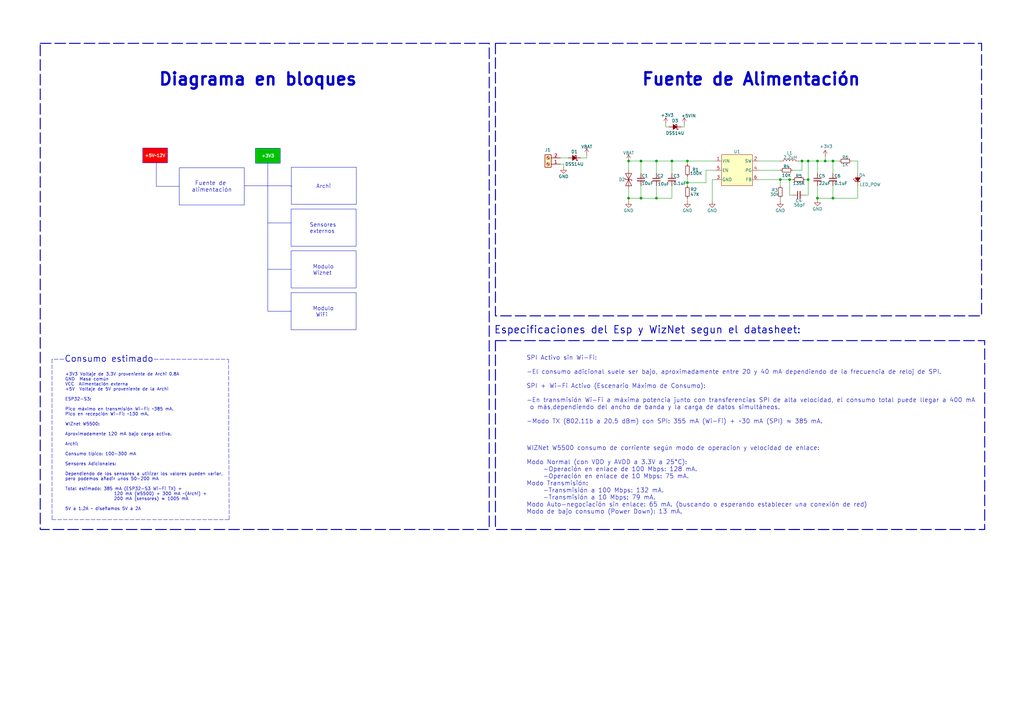
<source format=kicad_sch>
(kicad_sch
	(version 20250114)
	(generator "eeschema")
	(generator_version "9.0")
	(uuid "1250f427-7217-49b7-9cc9-7175080a051f")
	(paper "A3")
	(title_block
		(title "ArchiNET")
		(date "2025-06-30")
		(rev "2025-06-30")
	)
	(lib_symbols
		(symbol "Connector:Screw_Terminal_01x02"
			(pin_names
				(offset 1.016)
				(hide yes)
			)
			(exclude_from_sim no)
			(in_bom yes)
			(on_board yes)
			(property "Reference" "J"
				(at 0 2.54 0)
				(effects
					(font
						(size 1.27 1.27)
					)
				)
			)
			(property "Value" "Screw_Terminal_01x02"
				(at 0 -5.08 0)
				(effects
					(font
						(size 1.27 1.27)
					)
				)
			)
			(property "Footprint" ""
				(at 0 0 0)
				(effects
					(font
						(size 1.27 1.27)
					)
					(hide yes)
				)
			)
			(property "Datasheet" "~"
				(at 0 0 0)
				(effects
					(font
						(size 1.27 1.27)
					)
					(hide yes)
				)
			)
			(property "Description" "Generic screw terminal, single row, 01x02, script generated (kicad-library-utils/schlib/autogen/connector/)"
				(at 0 0 0)
				(effects
					(font
						(size 1.27 1.27)
					)
					(hide yes)
				)
			)
			(property "ki_keywords" "screw terminal"
				(at 0 0 0)
				(effects
					(font
						(size 1.27 1.27)
					)
					(hide yes)
				)
			)
			(property "ki_fp_filters" "TerminalBlock*:*"
				(at 0 0 0)
				(effects
					(font
						(size 1.27 1.27)
					)
					(hide yes)
				)
			)
			(symbol "Screw_Terminal_01x02_1_1"
				(rectangle
					(start -1.27 1.27)
					(end 1.27 -3.81)
					(stroke
						(width 0.254)
						(type default)
					)
					(fill
						(type background)
					)
				)
				(polyline
					(pts
						(xy -0.5334 0.3302) (xy 0.3302 -0.508)
					)
					(stroke
						(width 0.1524)
						(type default)
					)
					(fill
						(type none)
					)
				)
				(polyline
					(pts
						(xy -0.5334 -2.2098) (xy 0.3302 -3.048)
					)
					(stroke
						(width 0.1524)
						(type default)
					)
					(fill
						(type none)
					)
				)
				(polyline
					(pts
						(xy -0.3556 0.508) (xy 0.508 -0.3302)
					)
					(stroke
						(width 0.1524)
						(type default)
					)
					(fill
						(type none)
					)
				)
				(polyline
					(pts
						(xy -0.3556 -2.032) (xy 0.508 -2.8702)
					)
					(stroke
						(width 0.1524)
						(type default)
					)
					(fill
						(type none)
					)
				)
				(circle
					(center 0 0)
					(radius 0.635)
					(stroke
						(width 0.1524)
						(type default)
					)
					(fill
						(type none)
					)
				)
				(circle
					(center 0 -2.54)
					(radius 0.635)
					(stroke
						(width 0.1524)
						(type default)
					)
					(fill
						(type none)
					)
				)
				(pin passive line
					(at -5.08 0 0)
					(length 3.81)
					(name "Pin_1"
						(effects
							(font
								(size 1.27 1.27)
							)
						)
					)
					(number "1"
						(effects
							(font
								(size 1.27 1.27)
							)
						)
					)
				)
				(pin passive line
					(at -5.08 -2.54 0)
					(length 3.81)
					(name "Pin_2"
						(effects
							(font
								(size 1.27 1.27)
							)
						)
					)
					(number "2"
						(effects
							(font
								(size 1.27 1.27)
							)
						)
					)
				)
			)
			(embedded_fonts no)
		)
		(symbol "Device:C_Small"
			(pin_numbers
				(hide yes)
			)
			(pin_names
				(offset 0.254)
				(hide yes)
			)
			(exclude_from_sim no)
			(in_bom yes)
			(on_board yes)
			(property "Reference" "C"
				(at 0.254 1.778 0)
				(effects
					(font
						(size 1.27 1.27)
					)
					(justify left)
				)
			)
			(property "Value" "C_Small"
				(at 0.254 -2.032 0)
				(effects
					(font
						(size 1.27 1.27)
					)
					(justify left)
				)
			)
			(property "Footprint" ""
				(at 0 0 0)
				(effects
					(font
						(size 1.27 1.27)
					)
					(hide yes)
				)
			)
			(property "Datasheet" "~"
				(at 0 0 0)
				(effects
					(font
						(size 1.27 1.27)
					)
					(hide yes)
				)
			)
			(property "Description" "Unpolarized capacitor, small symbol"
				(at 0 0 0)
				(effects
					(font
						(size 1.27 1.27)
					)
					(hide yes)
				)
			)
			(property "ki_keywords" "capacitor cap"
				(at 0 0 0)
				(effects
					(font
						(size 1.27 1.27)
					)
					(hide yes)
				)
			)
			(property "ki_fp_filters" "C_*"
				(at 0 0 0)
				(effects
					(font
						(size 1.27 1.27)
					)
					(hide yes)
				)
			)
			(symbol "C_Small_0_1"
				(polyline
					(pts
						(xy -1.524 0.508) (xy 1.524 0.508)
					)
					(stroke
						(width 0.3048)
						(type default)
					)
					(fill
						(type none)
					)
				)
				(polyline
					(pts
						(xy -1.524 -0.508) (xy 1.524 -0.508)
					)
					(stroke
						(width 0.3302)
						(type default)
					)
					(fill
						(type none)
					)
				)
			)
			(symbol "C_Small_1_1"
				(pin passive line
					(at 0 2.54 270)
					(length 2.032)
					(name "~"
						(effects
							(font
								(size 1.27 1.27)
							)
						)
					)
					(number "1"
						(effects
							(font
								(size 1.27 1.27)
							)
						)
					)
				)
				(pin passive line
					(at 0 -2.54 90)
					(length 2.032)
					(name "~"
						(effects
							(font
								(size 1.27 1.27)
							)
						)
					)
					(number "2"
						(effects
							(font
								(size 1.27 1.27)
							)
						)
					)
				)
			)
			(embedded_fonts no)
		)
		(symbol "Device:D_Schottky_Small_Filled"
			(pin_numbers
				(hide yes)
			)
			(pin_names
				(offset 0.254)
				(hide yes)
			)
			(exclude_from_sim no)
			(in_bom yes)
			(on_board yes)
			(property "Reference" "D"
				(at -1.27 2.032 0)
				(effects
					(font
						(size 1.27 1.27)
					)
					(justify left)
				)
			)
			(property "Value" "D_Schottky_Small_Filled"
				(at -7.112 -2.032 0)
				(effects
					(font
						(size 1.27 1.27)
					)
					(justify left)
				)
			)
			(property "Footprint" ""
				(at 0 0 90)
				(effects
					(font
						(size 1.27 1.27)
					)
					(hide yes)
				)
			)
			(property "Datasheet" "~"
				(at 0 0 90)
				(effects
					(font
						(size 1.27 1.27)
					)
					(hide yes)
				)
			)
			(property "Description" "Schottky diode, small symbol, filled shape"
				(at 0 0 0)
				(effects
					(font
						(size 1.27 1.27)
					)
					(hide yes)
				)
			)
			(property "ki_keywords" "diode Schottky"
				(at 0 0 0)
				(effects
					(font
						(size 1.27 1.27)
					)
					(hide yes)
				)
			)
			(property "ki_fp_filters" "TO-???* *_Diode_* *SingleDiode* D_*"
				(at 0 0 0)
				(effects
					(font
						(size 1.27 1.27)
					)
					(hide yes)
				)
			)
			(symbol "D_Schottky_Small_Filled_0_1"
				(polyline
					(pts
						(xy -1.27 0.762) (xy -1.27 1.016) (xy -0.762 1.016) (xy -0.762 -1.016) (xy -0.254 -1.016) (xy -0.254 -0.762)
					)
					(stroke
						(width 0.254)
						(type default)
					)
					(fill
						(type none)
					)
				)
				(polyline
					(pts
						(xy -0.762 0) (xy 0.762 0)
					)
					(stroke
						(width 0)
						(type default)
					)
					(fill
						(type none)
					)
				)
				(polyline
					(pts
						(xy 0.762 -1.016) (xy -0.762 0) (xy 0.762 1.016) (xy 0.762 -1.016)
					)
					(stroke
						(width 0.254)
						(type default)
					)
					(fill
						(type outline)
					)
				)
			)
			(symbol "D_Schottky_Small_Filled_1_1"
				(pin passive line
					(at -2.54 0 0)
					(length 1.778)
					(name "K"
						(effects
							(font
								(size 1.27 1.27)
							)
						)
					)
					(number "1"
						(effects
							(font
								(size 1.27 1.27)
							)
						)
					)
				)
				(pin passive line
					(at 2.54 0 180)
					(length 1.778)
					(name "A"
						(effects
							(font
								(size 1.27 1.27)
							)
						)
					)
					(number "2"
						(effects
							(font
								(size 1.27 1.27)
							)
						)
					)
				)
			)
			(embedded_fonts no)
		)
		(symbol "Device:L"
			(pin_numbers
				(hide yes)
			)
			(pin_names
				(offset 1.016)
				(hide yes)
			)
			(exclude_from_sim no)
			(in_bom yes)
			(on_board yes)
			(property "Reference" "L"
				(at -1.27 0 90)
				(effects
					(font
						(size 1.27 1.27)
					)
				)
			)
			(property "Value" "L"
				(at 1.905 0 90)
				(effects
					(font
						(size 1.27 1.27)
					)
				)
			)
			(property "Footprint" ""
				(at 0 0 0)
				(effects
					(font
						(size 1.27 1.27)
					)
					(hide yes)
				)
			)
			(property "Datasheet" "~"
				(at 0 0 0)
				(effects
					(font
						(size 1.27 1.27)
					)
					(hide yes)
				)
			)
			(property "Description" "Inductor"
				(at 0 0 0)
				(effects
					(font
						(size 1.27 1.27)
					)
					(hide yes)
				)
			)
			(property "ki_keywords" "inductor choke coil reactor magnetic"
				(at 0 0 0)
				(effects
					(font
						(size 1.27 1.27)
					)
					(hide yes)
				)
			)
			(property "ki_fp_filters" "Choke_* *Coil* Inductor_* L_*"
				(at 0 0 0)
				(effects
					(font
						(size 1.27 1.27)
					)
					(hide yes)
				)
			)
			(symbol "L_0_1"
				(arc
					(start 0 2.54)
					(mid 0.6323 1.905)
					(end 0 1.27)
					(stroke
						(width 0)
						(type default)
					)
					(fill
						(type none)
					)
				)
				(arc
					(start 0 1.27)
					(mid 0.6323 0.635)
					(end 0 0)
					(stroke
						(width 0)
						(type default)
					)
					(fill
						(type none)
					)
				)
				(arc
					(start 0 0)
					(mid 0.6323 -0.635)
					(end 0 -1.27)
					(stroke
						(width 0)
						(type default)
					)
					(fill
						(type none)
					)
				)
				(arc
					(start 0 -1.27)
					(mid 0.6323 -1.905)
					(end 0 -2.54)
					(stroke
						(width 0)
						(type default)
					)
					(fill
						(type none)
					)
				)
			)
			(symbol "L_1_1"
				(pin passive line
					(at 0 3.81 270)
					(length 1.27)
					(name "1"
						(effects
							(font
								(size 1.27 1.27)
							)
						)
					)
					(number "1"
						(effects
							(font
								(size 1.27 1.27)
							)
						)
					)
				)
				(pin passive line
					(at 0 -3.81 90)
					(length 1.27)
					(name "2"
						(effects
							(font
								(size 1.27 1.27)
							)
						)
					)
					(number "2"
						(effects
							(font
								(size 1.27 1.27)
							)
						)
					)
				)
			)
			(embedded_fonts no)
		)
		(symbol "Device:LED_Small_Filled"
			(pin_numbers
				(hide yes)
			)
			(pin_names
				(offset 0.254)
				(hide yes)
			)
			(exclude_from_sim no)
			(in_bom yes)
			(on_board yes)
			(property "Reference" "D"
				(at -1.27 3.175 0)
				(effects
					(font
						(size 1.27 1.27)
					)
					(justify left)
				)
			)
			(property "Value" "LED_Small_Filled"
				(at -4.445 -2.54 0)
				(effects
					(font
						(size 1.27 1.27)
					)
					(justify left)
				)
			)
			(property "Footprint" ""
				(at 0 0 90)
				(effects
					(font
						(size 1.27 1.27)
					)
					(hide yes)
				)
			)
			(property "Datasheet" "~"
				(at 0 0 90)
				(effects
					(font
						(size 1.27 1.27)
					)
					(hide yes)
				)
			)
			(property "Description" "Light emitting diode, small symbol, filled shape"
				(at 0 0 0)
				(effects
					(font
						(size 1.27 1.27)
					)
					(hide yes)
				)
			)
			(property "ki_keywords" "LED diode light-emitting-diode"
				(at 0 0 0)
				(effects
					(font
						(size 1.27 1.27)
					)
					(hide yes)
				)
			)
			(property "ki_fp_filters" "LED* LED_SMD:* LED_THT:*"
				(at 0 0 0)
				(effects
					(font
						(size 1.27 1.27)
					)
					(hide yes)
				)
			)
			(symbol "LED_Small_Filled_0_1"
				(polyline
					(pts
						(xy -0.762 -1.016) (xy -0.762 1.016)
					)
					(stroke
						(width 0.254)
						(type default)
					)
					(fill
						(type none)
					)
				)
				(polyline
					(pts
						(xy 0 0.762) (xy -0.508 1.27) (xy -0.254 1.27) (xy -0.508 1.27) (xy -0.508 1.016)
					)
					(stroke
						(width 0)
						(type default)
					)
					(fill
						(type none)
					)
				)
				(polyline
					(pts
						(xy 0.508 1.27) (xy 0 1.778) (xy 0.254 1.778) (xy 0 1.778) (xy 0 1.524)
					)
					(stroke
						(width 0)
						(type default)
					)
					(fill
						(type none)
					)
				)
				(polyline
					(pts
						(xy 0.762 -1.016) (xy -0.762 0) (xy 0.762 1.016) (xy 0.762 -1.016)
					)
					(stroke
						(width 0.254)
						(type default)
					)
					(fill
						(type outline)
					)
				)
				(polyline
					(pts
						(xy 1.016 0) (xy -0.762 0)
					)
					(stroke
						(width 0)
						(type default)
					)
					(fill
						(type none)
					)
				)
			)
			(symbol "LED_Small_Filled_1_1"
				(pin passive line
					(at -2.54 0 0)
					(length 1.778)
					(name "K"
						(effects
							(font
								(size 1.27 1.27)
							)
						)
					)
					(number "1"
						(effects
							(font
								(size 1.27 1.27)
							)
						)
					)
				)
				(pin passive line
					(at 2.54 0 180)
					(length 1.778)
					(name "A"
						(effects
							(font
								(size 1.27 1.27)
							)
						)
					)
					(number "2"
						(effects
							(font
								(size 1.27 1.27)
							)
						)
					)
				)
			)
			(embedded_fonts no)
		)
		(symbol "Device:R_Small"
			(pin_numbers
				(hide yes)
			)
			(pin_names
				(offset 0.254)
				(hide yes)
			)
			(exclude_from_sim no)
			(in_bom yes)
			(on_board yes)
			(property "Reference" "R"
				(at 0.762 0.508 0)
				(effects
					(font
						(size 1.27 1.27)
					)
					(justify left)
				)
			)
			(property "Value" "R_Small"
				(at 0.762 -1.016 0)
				(effects
					(font
						(size 1.27 1.27)
					)
					(justify left)
				)
			)
			(property "Footprint" ""
				(at 0 0 0)
				(effects
					(font
						(size 1.27 1.27)
					)
					(hide yes)
				)
			)
			(property "Datasheet" "~"
				(at 0 0 0)
				(effects
					(font
						(size 1.27 1.27)
					)
					(hide yes)
				)
			)
			(property "Description" "Resistor, small symbol"
				(at 0 0 0)
				(effects
					(font
						(size 1.27 1.27)
					)
					(hide yes)
				)
			)
			(property "ki_keywords" "R resistor"
				(at 0 0 0)
				(effects
					(font
						(size 1.27 1.27)
					)
					(hide yes)
				)
			)
			(property "ki_fp_filters" "R_*"
				(at 0 0 0)
				(effects
					(font
						(size 1.27 1.27)
					)
					(hide yes)
				)
			)
			(symbol "R_Small_0_1"
				(rectangle
					(start -0.762 1.778)
					(end 0.762 -1.778)
					(stroke
						(width 0.2032)
						(type default)
					)
					(fill
						(type none)
					)
				)
			)
			(symbol "R_Small_1_1"
				(pin passive line
					(at 0 2.54 270)
					(length 0.762)
					(name "~"
						(effects
							(font
								(size 1.27 1.27)
							)
						)
					)
					(number "1"
						(effects
							(font
								(size 1.27 1.27)
							)
						)
					)
				)
				(pin passive line
					(at 0 -2.54 90)
					(length 0.762)
					(name "~"
						(effects
							(font
								(size 1.27 1.27)
							)
						)
					)
					(number "2"
						(effects
							(font
								(size 1.27 1.27)
							)
						)
					)
				)
			)
			(embedded_fonts no)
		)
		(symbol "Diode:SD12_SOD323"
			(pin_numbers
				(hide yes)
			)
			(pin_names
				(offset 1.016)
				(hide yes)
			)
			(exclude_from_sim no)
			(in_bom yes)
			(on_board yes)
			(property "Reference" "D"
				(at 0 2.54 0)
				(effects
					(font
						(size 1.27 1.27)
					)
				)
			)
			(property "Value" "SD12_SOD323"
				(at 0 -2.54 0)
				(effects
					(font
						(size 1.27 1.27)
					)
				)
			)
			(property "Footprint" "Diode_SMD:D_SOD-323"
				(at 0 -5.08 0)
				(effects
					(font
						(size 1.27 1.27)
					)
					(hide yes)
				)
			)
			(property "Datasheet" "https://www.littelfuse.com/~/media/electronics/datasheets/tvs_diode_arrays/littelfuse_tvs_diode_array_sd_c_datasheet.pdf.pdf"
				(at 0 0 0)
				(effects
					(font
						(size 1.27 1.27)
					)
					(hide yes)
				)
			)
			(property "Description" "12V, 450W Discrete Bidirectional TVS Diode, SOD-323"
				(at 0 0 0)
				(effects
					(font
						(size 1.27 1.27)
					)
					(hide yes)
				)
			)
			(property "ki_keywords" "transient voltage suppressor thyrector transil"
				(at 0 0 0)
				(effects
					(font
						(size 1.27 1.27)
					)
					(hide yes)
				)
			)
			(property "ki_fp_filters" "D?SOD?323*"
				(at 0 0 0)
				(effects
					(font
						(size 1.27 1.27)
					)
					(hide yes)
				)
			)
			(symbol "SD12_SOD323_0_1"
				(polyline
					(pts
						(xy -2.54 -1.27) (xy 0 0) (xy -2.54 1.27) (xy -2.54 -1.27)
					)
					(stroke
						(width 0.2032)
						(type default)
					)
					(fill
						(type none)
					)
				)
				(polyline
					(pts
						(xy 0.508 1.27) (xy 0 1.27) (xy 0 -1.27) (xy -0.508 -1.27)
					)
					(stroke
						(width 0.2032)
						(type default)
					)
					(fill
						(type none)
					)
				)
				(polyline
					(pts
						(xy 1.27 0) (xy -1.27 0)
					)
					(stroke
						(width 0)
						(type default)
					)
					(fill
						(type none)
					)
				)
				(polyline
					(pts
						(xy 2.54 1.27) (xy 2.54 -1.27) (xy 0 0) (xy 2.54 1.27)
					)
					(stroke
						(width 0.2032)
						(type default)
					)
					(fill
						(type none)
					)
				)
			)
			(symbol "SD12_SOD323_1_1"
				(pin passive line
					(at -3.81 0 0)
					(length 2.54)
					(name "A1"
						(effects
							(font
								(size 1.27 1.27)
							)
						)
					)
					(number "1"
						(effects
							(font
								(size 1.27 1.27)
							)
						)
					)
				)
				(pin passive line
					(at 3.81 0 180)
					(length 2.54)
					(name "A2"
						(effects
							(font
								(size 1.27 1.27)
							)
						)
					)
					(number "2"
						(effects
							(font
								(size 1.27 1.27)
							)
						)
					)
				)
			)
			(embedded_fonts no)
		)
		(symbol "anetLib:TPS563252DRLR"
			(pin_names
				(offset 0.254)
			)
			(exclude_from_sim no)
			(in_bom yes)
			(on_board yes)
			(property "Reference" "U1"
				(at 0 7.62 0)
				(effects
					(font
						(size 1.27 1.27)
					)
				)
			)
			(property "Value" "TPS563252DRLR"
				(at 0 10.16 0)
				(effects
					(font
						(size 1.27 1.27)
					)
				)
			)
			(property "Footprint" "NSARCHI:SOT6_DRL_TEX-L"
				(at 1.27 -21.59 0)
				(effects
					(font
						(size 1.27 1.27)
						(italic yes)
					)
					(hide yes)
				)
			)
			(property "Datasheet" "https://www.ti.com/lit/ds/symlink/tps563252.pdf"
				(at 3.302 -14.224 0)
				(effects
					(font
						(size 1.27 1.27)
						(italic yes)
					)
					(hide yes)
				)
			)
			(property "Description" ""
				(at -5.08 -1.27 0)
				(effects
					(font
						(size 1.27 1.27)
					)
					(hide yes)
				)
			)
			(property "PartNumber" "TPS563252DRLR"
				(at 0.762 -8.382 0)
				(effects
					(font
						(size 1.27 1.27)
					)
					(hide yes)
				)
			)
			(property "PurchaseLink" "https://www.digikey.com/en/products/detail/texas-instruments/TPS563252DRLR/20415402"
				(at -1.27 -11.43 0)
				(effects
					(font
						(size 1.27 1.27)
					)
					(hide yes)
				)
			)
			(property "ki_keywords" "TPS563252DRLR"
				(at 0 0 0)
				(effects
					(font
						(size 1.27 1.27)
					)
					(hide yes)
				)
			)
			(property "ki_fp_filters" "SOT6_DRL_TEX SOT6_DRL_TEX-M SOT6_DRL_TEX-L"
				(at 0 0 0)
				(effects
					(font
						(size 1.27 1.27)
					)
					(hide yes)
				)
			)
			(symbol "TPS563252DRLR_0_1"
				(pin power_in line
					(at -8.89 3.81 0)
					(length 2.54)
					(name "VIN"
						(effects
							(font
								(size 1.27 1.27)
							)
						)
					)
					(number "1"
						(effects
							(font
								(size 1.27 1.27)
							)
						)
					)
				)
				(pin power_in line
					(at 8.89 3.81 180)
					(length 2.54)
					(name "SW"
						(effects
							(font
								(size 1.27 1.27)
							)
						)
					)
					(number "2"
						(effects
							(font
								(size 1.27 1.27)
							)
						)
					)
				)
			)
			(symbol "TPS563252DRLR_1_1"
				(rectangle
					(start -6.35 6.35)
					(end 6.35 -6.35)
					(stroke
						(width 0)
						(type default)
					)
					(fill
						(type background)
					)
				)
				(pin input line
					(at -8.89 0 0)
					(length 2.54)
					(name "EN"
						(effects
							(font
								(size 1.27 1.27)
							)
						)
					)
					(number "5"
						(effects
							(font
								(size 1.27 1.27)
							)
						)
					)
				)
				(pin power_in line
					(at -8.89 -3.81 0)
					(length 2.54)
					(name "GND"
						(effects
							(font
								(size 1.27 1.27)
							)
						)
					)
					(number "3"
						(effects
							(font
								(size 1.27 1.27)
							)
						)
					)
				)
				(pin output line
					(at 8.89 0 180)
					(length 2.54)
					(name "PG"
						(effects
							(font
								(size 1.27 1.27)
							)
						)
					)
					(number "4"
						(effects
							(font
								(size 1.27 1.27)
							)
						)
					)
				)
				(pin input line
					(at 8.89 -3.81 180)
					(length 2.54)
					(name "FB"
						(effects
							(font
								(size 1.27 1.27)
							)
						)
					)
					(number "6"
						(effects
							(font
								(size 1.27 1.27)
							)
						)
					)
				)
			)
			(embedded_fonts no)
		)
		(symbol "power:GND"
			(power)
			(pin_names
				(offset 0)
			)
			(exclude_from_sim no)
			(in_bom yes)
			(on_board yes)
			(property "Reference" "#PWR"
				(at 0 -6.35 0)
				(effects
					(font
						(size 1.27 1.27)
					)
					(hide yes)
				)
			)
			(property "Value" "GND"
				(at 0 -3.81 0)
				(effects
					(font
						(size 1.27 1.27)
					)
				)
			)
			(property "Footprint" ""
				(at 0 0 0)
				(effects
					(font
						(size 1.27 1.27)
					)
					(hide yes)
				)
			)
			(property "Datasheet" ""
				(at 0 0 0)
				(effects
					(font
						(size 1.27 1.27)
					)
					(hide yes)
				)
			)
			(property "Description" "Power symbol creates a global label with name \"GND\" , ground"
				(at 0 0 0)
				(effects
					(font
						(size 1.27 1.27)
					)
					(hide yes)
				)
			)
			(property "ki_keywords" "power-flag"
				(at 0 0 0)
				(effects
					(font
						(size 1.27 1.27)
					)
					(hide yes)
				)
			)
			(symbol "GND_0_1"
				(polyline
					(pts
						(xy 0 0) (xy 0 -1.27) (xy 1.27 -1.27) (xy 0 -2.54) (xy -1.27 -1.27) (xy 0 -1.27)
					)
					(stroke
						(width 0)
						(type default)
					)
					(fill
						(type none)
					)
				)
			)
			(symbol "GND_1_1"
				(pin power_in line
					(at 0 0 270)
					(length 0)
					(hide yes)
					(name "GND"
						(effects
							(font
								(size 1.27 1.27)
							)
						)
					)
					(number "1"
						(effects
							(font
								(size 1.27 1.27)
							)
						)
					)
				)
			)
			(embedded_fonts no)
		)
		(symbol "power:VBUS"
			(power)
			(pin_numbers
				(hide yes)
			)
			(pin_names
				(offset 0)
				(hide yes)
			)
			(exclude_from_sim no)
			(in_bom yes)
			(on_board yes)
			(property "Reference" "#PWR"
				(at 0 -3.81 0)
				(effects
					(font
						(size 1.27 1.27)
					)
					(hide yes)
				)
			)
			(property "Value" "VBUS"
				(at 0 3.556 0)
				(effects
					(font
						(size 1.27 1.27)
					)
				)
			)
			(property "Footprint" ""
				(at 0 0 0)
				(effects
					(font
						(size 1.27 1.27)
					)
					(hide yes)
				)
			)
			(property "Datasheet" ""
				(at 0 0 0)
				(effects
					(font
						(size 1.27 1.27)
					)
					(hide yes)
				)
			)
			(property "Description" "Power symbol creates a global label with name \"VBUS\""
				(at 0 0 0)
				(effects
					(font
						(size 1.27 1.27)
					)
					(hide yes)
				)
			)
			(property "ki_keywords" "global power"
				(at 0 0 0)
				(effects
					(font
						(size 1.27 1.27)
					)
					(hide yes)
				)
			)
			(symbol "VBUS_0_1"
				(polyline
					(pts
						(xy -0.762 1.27) (xy 0 2.54)
					)
					(stroke
						(width 0)
						(type default)
					)
					(fill
						(type none)
					)
				)
				(polyline
					(pts
						(xy 0 2.54) (xy 0.762 1.27)
					)
					(stroke
						(width 0)
						(type default)
					)
					(fill
						(type none)
					)
				)
				(polyline
					(pts
						(xy 0 0) (xy 0 2.54)
					)
					(stroke
						(width 0)
						(type default)
					)
					(fill
						(type none)
					)
				)
			)
			(symbol "VBUS_1_1"
				(pin power_in line
					(at 0 0 90)
					(length 0)
					(name "~"
						(effects
							(font
								(size 1.27 1.27)
							)
						)
					)
					(number "1"
						(effects
							(font
								(size 1.27 1.27)
							)
						)
					)
				)
			)
			(embedded_fonts no)
		)
		(symbol "power:VCC"
			(power)
			(pin_names
				(offset 0)
			)
			(exclude_from_sim no)
			(in_bom yes)
			(on_board yes)
			(property "Reference" "#PWR"
				(at 0 -3.81 0)
				(effects
					(font
						(size 1.27 1.27)
					)
					(hide yes)
				)
			)
			(property "Value" "VCC"
				(at 0 3.81 0)
				(effects
					(font
						(size 1.27 1.27)
					)
				)
			)
			(property "Footprint" ""
				(at 0 0 0)
				(effects
					(font
						(size 1.27 1.27)
					)
					(hide yes)
				)
			)
			(property "Datasheet" ""
				(at 0 0 0)
				(effects
					(font
						(size 1.27 1.27)
					)
					(hide yes)
				)
			)
			(property "Description" "Power symbol creates a global label with name \"VCC\""
				(at 0 0 0)
				(effects
					(font
						(size 1.27 1.27)
					)
					(hide yes)
				)
			)
			(property "ki_keywords" "power-flag"
				(at 0 0 0)
				(effects
					(font
						(size 1.27 1.27)
					)
					(hide yes)
				)
			)
			(symbol "VCC_0_1"
				(polyline
					(pts
						(xy -0.762 1.27) (xy 0 2.54)
					)
					(stroke
						(width 0)
						(type default)
					)
					(fill
						(type none)
					)
				)
				(polyline
					(pts
						(xy 0 2.54) (xy 0.762 1.27)
					)
					(stroke
						(width 0)
						(type default)
					)
					(fill
						(type none)
					)
				)
				(polyline
					(pts
						(xy 0 0) (xy 0 2.54)
					)
					(stroke
						(width 0)
						(type default)
					)
					(fill
						(type none)
					)
				)
			)
			(symbol "VCC_1_1"
				(pin power_in line
					(at 0 0 90)
					(length 0)
					(hide yes)
					(name "VCC"
						(effects
							(font
								(size 1.27 1.27)
							)
						)
					)
					(number "1"
						(effects
							(font
								(size 1.27 1.27)
							)
						)
					)
				)
			)
			(embedded_fonts no)
		)
	)
	(rectangle
		(start 119.38 102.87)
		(end 146.05 118.11)
		(stroke
			(width 0)
			(type default)
		)
		(fill
			(type none)
		)
		(uuid 1e6c114a-9832-4e15-a3d5-4bb44ec540df)
	)
	(rectangle
		(start 73.533 68.834)
		(end 100.203 84.074)
		(stroke
			(width 0)
			(type default)
		)
		(fill
			(type none)
		)
		(uuid 279b6c14-c18e-4916-a538-edabb0656794)
	)
	(rectangle
		(start 203.2 139.7)
		(end 403.86 217.17)
		(stroke
			(width 0.4)
			(type dash)
		)
		(fill
			(type none)
		)
		(uuid 2d2b198d-34c3-4936-8b4e-7e8576158be7)
	)
	(rectangle
		(start 104.775 60.833)
		(end 114.935 66.929)
		(stroke
			(width 0)
			(type default)
		)
		(fill
			(type color)
			(color 0 194 0 1)
		)
		(uuid 5b785e45-eff6-4633-bb47-efd2ea8c42bd)
	)
	(rectangle
		(start 119.38 120.015)
		(end 146.05 135.255)
		(stroke
			(width 0)
			(type default)
		)
		(fill
			(type none)
		)
		(uuid 5c6d8e2b-1f96-4c7b-8a84-45f5377e2867)
	)
	(rectangle
		(start 119.38 85.725)
		(end 146.05 100.965)
		(stroke
			(width 0)
			(type default)
		)
		(fill
			(type none)
		)
		(uuid 65045f0b-19f2-4529-8207-82c9ca599b51)
	)
	(rectangle
		(start 16.51 17.78)
		(end 200.66 217.17)
		(stroke
			(width 0.4)
			(type dash)
		)
		(fill
			(type none)
		)
		(uuid 89df2af4-52ee-4835-9448-ffb4ff7c2587)
	)
	(rectangle
		(start 203.2 17.78)
		(end 402.59 129.54)
		(stroke
			(width 0.4)
			(type dash)
		)
		(fill
			(type none)
		)
		(uuid c0d85fa9-e27e-43b6-8bf4-d826c5a75cde)
	)
	(rectangle
		(start 58.547 60.706)
		(end 68.707 66.802)
		(stroke
			(width 0)
			(type default)
		)
		(fill
			(type color)
			(color 255 0 0 1)
		)
		(uuid ec191f7d-76a9-4904-8ae8-6ded3e4a4ed0)
	)
	(rectangle
		(start 119.507 68.58)
		(end 146.177 83.82)
		(stroke
			(width 0)
			(type default)
		)
		(fill
			(type none)
		)
		(uuid f95c4aad-cb4f-4680-8dbe-dc67358bf97e)
	)
	(text "Modulo \nWiznet"
		(exclude_from_sim no)
		(at 128.27 113.03 0)
		(effects
			(font
				(size 1.6 1.6)
			)
			(justify left bottom)
		)
		(uuid "0d775dbb-2740-4962-adab-4d6cf67ee3b0")
	)
	(text "SPI Activo sin Wi-Fi:\n\n-El consumo adicional suele ser bajo, aproximadamente entre 20 y 40 mA dependiendo de la frecuencia de reloj de SPI.\n\nSPI + Wi-Fi Activo (Escenario Máximo de Consumo):\n\n-En transmisión Wi-Fi a máxima potencia junto con transferencias SPI de alta velocidad, el consumo total puede llegar a 400 mA \n o más,dependiendo del ancho de banda y la carga de datos simultáneos.\n\n-Modo TX (802.11b a 20.5 dBm) con SPI: 355 mA (Wi-Fi) + ~30 mA (SPI) ≈ 385 mA."
		(exclude_from_sim no)
		(at 215.9 173.99 0)
		(effects
			(font
				(size 1.8 1.8)
			)
			(justify left bottom)
		)
		(uuid "1f92e6c3-10a3-421e-a61e-ac16bc439499")
	)
	(text "Consumo estimado"
		(exclude_from_sim no)
		(at 44.704 147.32 0)
		(effects
			(font
				(size 2.54 2.54)
				(thickness 0.254)
				(bold yes)
			)
		)
		(uuid "4a570899-7ce5-4239-b32f-40df8ad91dbf")
	)
	(text "Diagrama en bloques\n"
		(exclude_from_sim no)
		(at 64.77 35.56 0)
		(effects
			(font
				(size 5 5)
				(bold yes)
			)
			(justify left bottom)
		)
		(uuid "501ae033-f5e5-4aa9-b520-09b5a630cc1d")
	)
	(text "WIZNet W5500 consumo de corriente según modo de operacion y velocidad de enlace:\n\nModo Normal (con VDD y AVDD a 3.3V a 25°C):\n	-Operación en enlace de 100 Mbps: 128 mA.\n	-Operación en enlace de 10 Mbps: 75 mA.\nModo Transmisión:\n	-Transmisión a 100 Mbps: 132 mA.\n	-Transmisión a 10 Mbps: 79 mA.\nModo Auto-negociación sin enlace: 65 mA. (buscando o esperando establecer una conexión de red)\nModo de bajo consumo (Power Down): 13 mA.\n\n\n\n"
		(exclude_from_sim no)
		(at 215.9 219.71 0)
		(effects
			(font
				(size 1.8 1.8)
			)
			(justify left bottom)
		)
		(uuid "573fee93-6684-45ac-b943-90a8d7e9553c")
	)
	(text "+5V~12V"
		(exclude_from_sim no)
		(at 63.627 64.008 0)
		(effects
			(font
				(size 1.27 1.27)
				(thickness 0.254)
				(bold yes)
				(color 255 255 255 1)
			)
		)
		(uuid "595445ef-f13b-49ec-b4aa-8f39403c1c57")
	)
	(text "+3V3"
		(exclude_from_sim no)
		(at 109.855 64.135 0)
		(effects
			(font
				(size 1.27 1.27)
				(thickness 0.254)
				(bold yes)
				(color 255 255 255 1)
			)
		)
		(uuid "63063d36-b057-488b-824e-c04ce547f108")
	)
	(text "Especificaciones del Esp y WizNet segun el datasheet:\n"
		(exclude_from_sim no)
		(at 202.565 137.16 0)
		(effects
			(font
				(size 3 3)
				(thickness 0.34)
				(bold yes)
			)
			(justify left bottom)
		)
		(uuid "77f60bb3-37f7-4f5e-ac16-893a731178d1")
	)
	(text "Sensores\nexternos"
		(exclude_from_sim no)
		(at 127 95.885 0)
		(effects
			(font
				(size 1.6 1.6)
			)
			(justify left bottom)
		)
		(uuid "7de2771f-48e0-483c-a193-9dcfea7f5327")
	)
	(text "Archi\n"
		(exclude_from_sim no)
		(at 129.667 77.47 0)
		(effects
			(font
				(size 1.6 1.6)
			)
			(justify left bottom)
		)
		(uuid "99c74d53-ce53-48ff-a23e-a2e349049937")
	)
	(text "Modulo\n WiFi"
		(exclude_from_sim no)
		(at 128.27 130.175 0)
		(effects
			(font
				(size 1.6 1.6)
			)
			(justify left bottom)
		)
		(uuid "a65ade9a-9325-477f-a3c1-144a1f9aad9d")
	)
	(text "Fuente de Alimentación"
		(exclude_from_sim no)
		(at 262.89 35.56 0)
		(effects
			(font
				(size 5 5)
				(bold yes)
			)
			(justify left bottom)
		)
		(uuid "b4ee6b0f-648b-4609-9453-bcf17180ed3d")
	)
	(text " Fuente de \nalimentación\n"
		(exclude_from_sim no)
		(at 78.613 78.994 0)
		(effects
			(font
				(size 1.7 1.7)
			)
			(justify left bottom)
		)
		(uuid "da292775-ea4e-4fd4-8466-4153927813e3")
	)
	(text "+3V3 Voltaje de 3.3V proveniente de Archi 0.8A \nGND  Masa común\nVCC  Alimentación externa\n+5V  Voltaje de 5V proveniente de la Archi\n\nESP32-S3:\n\nPico máximo en transmisión Wi-Fi: ~385 mA.\nPico en recepción Wi-Fi: ~130 mA.\n\nWIZnet W5500:\n\nAproximadamente 120 mA bajo carga activa.\n\nArchi: \n\nConsumo típico: 100-300 mA\n\nSensores Adicionales:\n\nDependiendo de los sensores a utilizar los valores pueden variar, \npero podemos añadir unos 50-200 mA\n\nTotal estimado: 385 mA (ESP32-S3 Wi-Fi TX) + \n				120 mA (W5500) + 300 mA ~(Archi) +\n				200 mA (sensores) ≈ 1005 mA\n\n5V a 1.2A ~ diseñamos 5V a 2A"
		(exclude_from_sim no)
		(at 26.67 209.55 0)
		(effects
			(font
				(size 1.27 1.27)
			)
			(justify left bottom)
		)
		(uuid "da62a949-9684-44a6-9c9c-e008b430ae32")
	)
	(junction
		(at 341.63 81.28)
		(diameter 0)
		(color 0 0 0 0)
		(uuid "00a0a501-a640-4aa9-8159-6bbb92bb631e")
	)
	(junction
		(at 269.24 66.04)
		(diameter 0)
		(color 0 0 0 0)
		(uuid "34889f09-a52a-4d72-a83b-471d9be0660b")
	)
	(junction
		(at 331.47 66.04)
		(diameter 0)
		(color 0 0 0 0)
		(uuid "39153a2f-0edc-410a-ad8e-9b5138061498")
	)
	(junction
		(at 275.59 66.04)
		(diameter 0)
		(color 0 0 0 0)
		(uuid "3a78017c-8355-40e3-a6aa-54eea68158f9")
	)
	(junction
		(at 341.63 66.04)
		(diameter 0)
		(color 0 0 0 0)
		(uuid "3f344e5a-e851-48e1-a8d5-b7042d6aded8")
	)
	(junction
		(at 335.28 81.28)
		(diameter 0)
		(color 0 0 0 0)
		(uuid "4bb08c5a-7616-4c0d-8667-340e7adb585b")
	)
	(junction
		(at 269.24 81.28)
		(diameter 0)
		(color 0 0 0 0)
		(uuid "4ee32b60-c59f-4488-aee5-57bdf9483d8e")
	)
	(junction
		(at 328.93 66.04)
		(diameter 0)
		(color 0 0 0 0)
		(uuid "5506d279-d93b-4633-9758-984cfdca4296")
	)
	(junction
		(at 281.94 74.93)
		(diameter 0)
		(color 0 0 0 0)
		(uuid "60cd3688-5142-4d0c-9df3-bd1269460ad7")
	)
	(junction
		(at 257.81 81.28)
		(diameter 0)
		(color 0 0 0 0)
		(uuid "7c7ab3fa-5cd4-44cf-9a3f-3bf222c1b204")
	)
	(junction
		(at 323.85 73.66)
		(diameter 0)
		(color 0 0 0 0)
		(uuid "81f237de-8c5b-4b94-9834-80e190d77f90")
	)
	(junction
		(at 331.47 73.66)
		(diameter 0)
		(color 0 0 0 0)
		(uuid "8fc55372-b205-4b8a-af36-d0434efd592a")
	)
	(junction
		(at 257.81 66.04)
		(diameter 0)
		(color 0 0 0 0)
		(uuid "bc268467-e7fd-4880-8dba-0998adf3030a")
	)
	(junction
		(at 281.94 66.04)
		(diameter 0)
		(color 0 0 0 0)
		(uuid "d132215b-ff1e-45ba-800d-23cf4f26eb5c")
	)
	(junction
		(at 262.89 66.04)
		(diameter 0)
		(color 0 0 0 0)
		(uuid "d5ffff78-b3b0-4f72-b217-60258fa87320")
	)
	(junction
		(at 262.89 81.28)
		(diameter 0)
		(color 0 0 0 0)
		(uuid "db4ccc5f-8ca6-4d6d-8567-0545a2ed2f26")
	)
	(junction
		(at 320.04 73.66)
		(diameter 0)
		(color 0 0 0 0)
		(uuid "e0747844-5cd5-428f-9018-d3d2e180bf5f")
	)
	(junction
		(at 338.455 66.04)
		(diameter 0)
		(color 0 0 0 0)
		(uuid "e564d989-5c9e-42a2-bd31-d564aaa36a0e")
	)
	(junction
		(at 335.28 66.04)
		(diameter 0)
		(color 0 0 0 0)
		(uuid "f06c76c6-09ca-481f-ab97-0ffc9e11c60c")
	)
	(wire
		(pts
			(xy 275.59 66.04) (xy 275.59 71.12)
		)
		(stroke
			(width 0)
			(type default)
		)
		(uuid "063ad5a0-4881-49c0-b529-1be54e1aac4e")
	)
	(wire
		(pts
			(xy 238.125 64.77) (xy 240.665 64.77)
		)
		(stroke
			(width 0)
			(type default)
		)
		(uuid "08570085-dec8-4cbf-9963-14857176496f")
	)
	(polyline
		(pts
			(xy 100.203 76.2) (xy 119.507 76.2)
		)
		(stroke
			(width 0)
			(type default)
		)
		(uuid "0c0aeb88-0ffb-40c7-b582-3adda260117e")
	)
	(wire
		(pts
			(xy 341.63 76.2) (xy 341.63 81.28)
		)
		(stroke
			(width 0)
			(type default)
		)
		(uuid "0cd04960-6e5e-4087-8bf8-ca227d9b921e")
	)
	(wire
		(pts
			(xy 330.2 80.01) (xy 331.47 80.01)
		)
		(stroke
			(width 0)
			(type default)
		)
		(uuid "0f4b6e42-3544-40a3-b1f4-46012747b699")
	)
	(polyline
		(pts
			(xy 64.135 66.802) (xy 64.135 76.454)
		)
		(stroke
			(width 0)
			(type default)
		)
		(uuid "128639ac-bdf2-4a9f-a812-d2208bf55ff1")
	)
	(wire
		(pts
			(xy 281.94 74.93) (xy 281.94 76.2)
		)
		(stroke
			(width 0)
			(type default)
		)
		(uuid "12b562b1-d596-4eed-b5d9-db486cebe269")
	)
	(wire
		(pts
			(xy 279.4 52.07) (xy 280.67 52.07)
		)
		(stroke
			(width 0)
			(type default)
		)
		(uuid "13462a93-3a52-42eb-ae0d-c1f213eac5c7")
	)
	(polyline
		(pts
			(xy 63.246 147.32) (xy 93.726 147.32)
		)
		(stroke
			(width 0.1524)
			(type dash)
		)
		(uuid "150f0abb-1c47-4cad-9feb-a667e3d53e41")
	)
	(wire
		(pts
			(xy 335.28 71.12) (xy 335.28 66.04)
		)
		(stroke
			(width 0)
			(type default)
		)
		(uuid "1604f215-7065-4cc1-894e-49a713003c80")
	)
	(wire
		(pts
			(xy 330.2 73.66) (xy 331.47 73.66)
		)
		(stroke
			(width 0)
			(type default)
		)
		(uuid "16098ffc-6177-45bc-a8c4-5892a361578e")
	)
	(wire
		(pts
			(xy 289.56 69.85) (xy 289.56 74.93)
		)
		(stroke
			(width 0)
			(type default)
		)
		(uuid "1a56ecef-d1b1-4790-a838-b7998206c324")
	)
	(wire
		(pts
			(xy 262.89 66.04) (xy 269.24 66.04)
		)
		(stroke
			(width 0)
			(type default)
		)
		(uuid "1b202217-0c6c-4a35-8b9d-2d8d3f37163e")
	)
	(wire
		(pts
			(xy 320.04 73.66) (xy 320.04 76.2)
		)
		(stroke
			(width 0)
			(type default)
		)
		(uuid "1b700b22-8457-4bdb-88b5-55785310c523")
	)
	(wire
		(pts
			(xy 273.05 52.07) (xy 273.05 50.8)
		)
		(stroke
			(width 0)
			(type default)
		)
		(uuid "1b7947b6-7c45-4eb8-9d8c-c087d4edcbff")
	)
	(wire
		(pts
			(xy 311.15 73.66) (xy 320.04 73.66)
		)
		(stroke
			(width 0)
			(type default)
		)
		(uuid "1c09f88e-efa0-4bca-9ea5-5d0492e5e523")
	)
	(wire
		(pts
			(xy 292.1 73.66) (xy 292.1 82.55)
		)
		(stroke
			(width 0)
			(type default)
		)
		(uuid "1e4365c7-083a-419e-b267-4cb345c47f7a")
	)
	(wire
		(pts
			(xy 289.56 74.93) (xy 281.94 74.93)
		)
		(stroke
			(width 0)
			(type default)
		)
		(uuid "219c5204-31a8-47eb-8fd5-1c4d00f67296")
	)
	(wire
		(pts
			(xy 229.87 64.77) (xy 233.045 64.77)
		)
		(stroke
			(width 0)
			(type default)
		)
		(uuid "24d212ce-7d4d-4da4-8342-6cfe91105f75")
	)
	(wire
		(pts
			(xy 320.04 81.28) (xy 320.04 82.55)
		)
		(stroke
			(width 0)
			(type default)
		)
		(uuid "24eec6f1-670f-4594-a86b-c9dc39eec57d")
	)
	(wire
		(pts
			(xy 325.12 69.85) (xy 328.93 69.85)
		)
		(stroke
			(width 0)
			(type default)
		)
		(uuid "25d32b31-9736-42b8-b465-34e8228cfea2")
	)
	(wire
		(pts
			(xy 341.63 71.12) (xy 341.63 66.04)
		)
		(stroke
			(width 0)
			(type default)
		)
		(uuid "28e9691a-7efd-430d-8366-9373c5c269df")
	)
	(wire
		(pts
			(xy 327.66 66.04) (xy 328.93 66.04)
		)
		(stroke
			(width 0)
			(type default)
		)
		(uuid "29b21ebb-a96e-45cc-891c-9ffe10e37aa2")
	)
	(wire
		(pts
			(xy 328.93 66.04) (xy 331.47 66.04)
		)
		(stroke
			(width 0)
			(type default)
		)
		(uuid "37fc14df-842d-47b3-a267-e61b2f582754")
	)
	(wire
		(pts
			(xy 325.12 80.01) (xy 323.85 80.01)
		)
		(stroke
			(width 0)
			(type default)
		)
		(uuid "3ef885c4-b3d7-4f72-af70-bc60569f0884")
	)
	(wire
		(pts
			(xy 331.47 73.66) (xy 331.47 80.01)
		)
		(stroke
			(width 0)
			(type default)
		)
		(uuid "437401d4-33cc-4bcd-b677-61ed35fa670d")
	)
	(wire
		(pts
			(xy 275.59 76.2) (xy 275.59 81.28)
		)
		(stroke
			(width 0)
			(type default)
		)
		(uuid "44ec963a-0ad8-4b3c-bc68-cf2494f4a9d7")
	)
	(wire
		(pts
			(xy 231.14 67.31) (xy 231.14 68.58)
		)
		(stroke
			(width 0)
			(type default)
		)
		(uuid "46c54006-cdcf-422a-afcc-feea9465fc42")
	)
	(polyline
		(pts
			(xy 109.855 66.675) (xy 109.855 76.2)
		)
		(stroke
			(width 0)
			(type default)
		)
		(uuid "4853e8b6-f40e-4ad4-a818-c641bb0268ee")
	)
	(wire
		(pts
			(xy 273.05 52.07) (xy 274.32 52.07)
		)
		(stroke
			(width 0)
			(type default)
		)
		(uuid "4f1e1dd6-8af4-4d77-bab1-37347f65851a")
	)
	(wire
		(pts
			(xy 320.04 73.66) (xy 323.85 73.66)
		)
		(stroke
			(width 0)
			(type default)
		)
		(uuid "4fb9c2ea-8351-4a79-89be-f2756b422836")
	)
	(wire
		(pts
			(xy 338.455 66.04) (xy 341.63 66.04)
		)
		(stroke
			(width 0)
			(type default)
		)
		(uuid "524e3ff8-e1dd-47fa-9823-ad2bfb17dddc")
	)
	(wire
		(pts
			(xy 275.59 81.28) (xy 269.24 81.28)
		)
		(stroke
			(width 0)
			(type default)
		)
		(uuid "524f93bb-4ca8-4556-88be-46a1f60081fa")
	)
	(wire
		(pts
			(xy 335.28 81.28) (xy 335.28 81.915)
		)
		(stroke
			(width 0)
			(type default)
		)
		(uuid "56af63fa-2523-418b-926c-4836fceaea73")
	)
	(polyline
		(pts
			(xy 119.38 127.635) (xy 109.855 127.635)
		)
		(stroke
			(width 0)
			(type default)
		)
		(uuid "5a5d18d3-d3e8-4d50-93dc-a485a3ca4cf3")
	)
	(wire
		(pts
			(xy 240.665 64.77) (xy 240.665 63.5)
		)
		(stroke
			(width 0)
			(type default)
		)
		(uuid "5de3d56e-b1da-4a4a-a1ff-a042c123c4cc")
	)
	(wire
		(pts
			(xy 289.56 69.85) (xy 293.37 69.85)
		)
		(stroke
			(width 0)
			(type default)
		)
		(uuid "5f03a91e-032f-467b-aaff-37846869c57e")
	)
	(wire
		(pts
			(xy 292.1 73.66) (xy 293.37 73.66)
		)
		(stroke
			(width 0)
			(type default)
		)
		(uuid "60e22f73-fb47-4353-86b7-91141f599dfb")
	)
	(wire
		(pts
			(xy 331.47 66.04) (xy 331.47 73.66)
		)
		(stroke
			(width 0)
			(type default)
		)
		(uuid "61705b8a-1ae4-4cf0-97c4-a644c2236001")
	)
	(wire
		(pts
			(xy 269.24 66.04) (xy 269.24 71.12)
		)
		(stroke
			(width 0)
			(type default)
		)
		(uuid "6e64afd9-b483-4b6b-97c6-21aeda601b92")
	)
	(wire
		(pts
			(xy 281.94 81.28) (xy 281.94 82.55)
		)
		(stroke
			(width 0)
			(type default)
		)
		(uuid "6f8ceec0-2852-4bee-924d-028bc7113154")
	)
	(wire
		(pts
			(xy 269.24 81.28) (xy 262.89 81.28)
		)
		(stroke
			(width 0)
			(type default)
		)
		(uuid "712d0546-8af4-4a3a-a9be-219609d043b7")
	)
	(wire
		(pts
			(xy 269.24 66.04) (xy 275.59 66.04)
		)
		(stroke
			(width 0)
			(type default)
		)
		(uuid "765e4782-264c-4bfc-a32c-55c551dfd300")
	)
	(wire
		(pts
			(xy 335.28 66.04) (xy 331.47 66.04)
		)
		(stroke
			(width 0)
			(type default)
		)
		(uuid "7a469857-4240-45a4-a3d5-49743ea8a3fe")
	)
	(wire
		(pts
			(xy 269.24 76.2) (xy 269.24 81.28)
		)
		(stroke
			(width 0)
			(type default)
		)
		(uuid "7b324ad0-97f3-4e38-9071-dcbdb24fd34a")
	)
	(wire
		(pts
			(xy 262.89 66.04) (xy 262.89 71.12)
		)
		(stroke
			(width 0)
			(type default)
		)
		(uuid "81cfef47-ee86-4b4b-9e5e-d1bf5da63a66")
	)
	(wire
		(pts
			(xy 351.79 66.04) (xy 351.79 71.12)
		)
		(stroke
			(width 0)
			(type default)
		)
		(uuid "82b19c9a-66c0-477a-83d0-c25eb76b3eed")
	)
	(wire
		(pts
			(xy 328.93 69.85) (xy 328.93 66.04)
		)
		(stroke
			(width 0)
			(type default)
		)
		(uuid "8ef8b76e-0e0d-4ae4-aa0d-4e601358223a")
	)
	(polyline
		(pts
			(xy 109.855 91.44) (xy 119.38 91.44)
		)
		(stroke
			(width 0)
			(type default)
		)
		(uuid "953fc916-5db0-4cbb-b488-2dfaa0708592")
	)
	(wire
		(pts
			(xy 229.87 67.31) (xy 231.14 67.31)
		)
		(stroke
			(width 0)
			(type default)
		)
		(uuid "998b4144-50b2-4f09-aaaa-dbae9125fc93")
	)
	(wire
		(pts
			(xy 257.81 69.85) (xy 257.81 66.04)
		)
		(stroke
			(width 0)
			(type default)
		)
		(uuid "99e26267-4ff5-4a95-9da2-06f81f652d8d")
	)
	(wire
		(pts
			(xy 280.67 52.07) (xy 280.67 50.8)
		)
		(stroke
			(width 0)
			(type default)
		)
		(uuid "9d0a7c1c-1373-4f8b-928c-67623a0e3753")
	)
	(wire
		(pts
			(xy 323.85 80.01) (xy 323.85 73.66)
		)
		(stroke
			(width 0)
			(type default)
		)
		(uuid "a193288a-0fa8-472c-b9b9-17d29fcf37e7")
	)
	(polyline
		(pts
			(xy 93.98 213.106) (xy 93.726 147.32)
		)
		(stroke
			(width 0.1524)
			(type dash)
		)
		(uuid "a5b7e1f1-67ee-48df-a7a9-a99bcb1b4915")
	)
	(wire
		(pts
			(xy 335.28 81.28) (xy 341.63 81.28)
		)
		(stroke
			(width 0)
			(type default)
		)
		(uuid "a6678351-3eac-4704-a317-6ea750ab4611")
	)
	(polyline
		(pts
			(xy 109.855 127.635) (xy 109.855 76.2)
		)
		(stroke
			(width 0)
			(type default)
		)
		(uuid "abe31b21-311c-432c-a85d-58cc60db3ff2")
	)
	(wire
		(pts
			(xy 335.28 76.2) (xy 335.28 81.28)
		)
		(stroke
			(width 0)
			(type default)
		)
		(uuid "b1332259-4841-45d9-84be-59be174b8858")
	)
	(polyline
		(pts
			(xy 26.162 147.32) (xy 21.336 147.32)
		)
		(stroke
			(width 0.1524)
			(type dash)
		)
		(uuid "b295c63a-15dd-4dac-9fea-3406dd8cde26")
	)
	(wire
		(pts
			(xy 311.15 66.04) (xy 320.04 66.04)
		)
		(stroke
			(width 0)
			(type default)
		)
		(uuid "b2c998bd-0c0b-4c52-a9e9-354b75c84ea8")
	)
	(wire
		(pts
			(xy 275.59 66.04) (xy 281.94 66.04)
		)
		(stroke
			(width 0)
			(type default)
		)
		(uuid "b2d747b5-1581-4f08-bef3-c136bfc550aa")
	)
	(wire
		(pts
			(xy 338.455 64.135) (xy 338.455 66.04)
		)
		(stroke
			(width 0)
			(type default)
		)
		(uuid "b4ee791a-3047-46aa-9224-24d95a1ad87e")
	)
	(wire
		(pts
			(xy 341.63 66.04) (xy 344.17 66.04)
		)
		(stroke
			(width 0)
			(type default)
		)
		(uuid "baf3dcad-a57e-4d82-b765-11fd8f4d6790")
	)
	(polyline
		(pts
			(xy 21.336 147.32) (xy 21.336 213.106)
		)
		(stroke
			(width 0.1524)
			(type dash)
		)
		(uuid "c7700b56-b721-45c4-acf3-5f926162e1a8")
	)
	(wire
		(pts
			(xy 351.79 76.2) (xy 351.79 81.28)
		)
		(stroke
			(width 0)
			(type default)
		)
		(uuid "c7a53c12-db1b-4871-b625-f1cb782f6513")
	)
	(wire
		(pts
			(xy 257.81 66.04) (xy 262.89 66.04)
		)
		(stroke
			(width 0)
			(type default)
		)
		(uuid "c7de4d53-5f78-480c-9485-12829644ec50")
	)
	(polyline
		(pts
			(xy 119.507 76.2) (xy 119.507 76.708)
		)
		(stroke
			(width 0)
			(type default)
		)
		(uuid "d07dad3b-7429-4e8e-8dd0-be733887aa19")
	)
	(wire
		(pts
			(xy 257.81 77.47) (xy 257.81 81.28)
		)
		(stroke
			(width 0)
			(type default)
		)
		(uuid "d23c79e7-a971-403d-a2ec-333264b155e5")
	)
	(polyline
		(pts
			(xy 73.533 76.454) (xy 64.135 76.454)
		)
		(stroke
			(width 0)
			(type default)
		)
		(uuid "d82ba18f-3590-4d59-b520-e15652b88340")
	)
	(wire
		(pts
			(xy 262.89 76.2) (xy 262.89 81.28)
		)
		(stroke
			(width 0)
			(type default)
		)
		(uuid "da9ae379-027f-4c1e-9066-0ad2bb09c12b")
	)
	(wire
		(pts
			(xy 341.63 81.28) (xy 351.79 81.28)
		)
		(stroke
			(width 0)
			(type default)
		)
		(uuid "dc1ffa06-a140-49f0-9a13-390b936cdc08")
	)
	(wire
		(pts
			(xy 311.15 69.85) (xy 320.04 69.85)
		)
		(stroke
			(width 0)
			(type default)
		)
		(uuid "dc416ed9-ee7c-4d65-b03e-4a647b2a1a2f")
	)
	(wire
		(pts
			(xy 281.94 66.04) (xy 281.94 67.31)
		)
		(stroke
			(width 0)
			(type default)
		)
		(uuid "deb6776f-5363-462c-855e-1c79d5d65cf6")
	)
	(polyline
		(pts
			(xy 109.855 110.49) (xy 119.38 110.49)
		)
		(stroke
			(width 0)
			(type default)
		)
		(uuid "e3373c47-8fbc-4297-b3f8-4e13d3bd9a6e")
	)
	(wire
		(pts
			(xy 257.81 81.28) (xy 257.81 82.55)
		)
		(stroke
			(width 0)
			(type default)
		)
		(uuid "e9ade750-82c2-46d1-99a9-b07d311dc03f")
	)
	(wire
		(pts
			(xy 349.25 66.04) (xy 351.79 66.04)
		)
		(stroke
			(width 0)
			(type default)
		)
		(uuid "eae22365-d94f-4ddc-95ff-299f7d15b85c")
	)
	(wire
		(pts
			(xy 281.94 66.04) (xy 293.37 66.04)
		)
		(stroke
			(width 0)
			(type default)
		)
		(uuid "eb30a6d9-4f8e-42cd-87ba-7275460020f2")
	)
	(polyline
		(pts
			(xy 21.336 213.106) (xy 93.98 213.106)
		)
		(stroke
			(width 0.1524)
			(type dash)
		)
		(uuid "eff754fb-bdb3-4c95-9815-fd7d62ff2a5a")
	)
	(wire
		(pts
			(xy 323.85 73.66) (xy 325.12 73.66)
		)
		(stroke
			(width 0)
			(type default)
		)
		(uuid "f2509b15-d4b3-425b-8daa-a628d428cc6e")
	)
	(wire
		(pts
			(xy 257.81 81.28) (xy 262.89 81.28)
		)
		(stroke
			(width 0)
			(type default)
		)
		(uuid "f316ede4-64ad-438b-8e71-620af9d4a90d")
	)
	(wire
		(pts
			(xy 338.455 66.04) (xy 335.28 66.04)
		)
		(stroke
			(width 0)
			(type default)
		)
		(uuid "fc3bc285-0996-4fa8-aefc-b80f009ea9b5")
	)
	(wire
		(pts
			(xy 281.94 72.39) (xy 281.94 74.93)
		)
		(stroke
			(width 0)
			(type default)
		)
		(uuid "fd5c7f09-90a5-4807-bdf5-7cb373b8a2f2")
	)
	(symbol
		(lib_id "power:GND")
		(at 292.1 82.55 0)
		(unit 1)
		(exclude_from_sim no)
		(in_bom yes)
		(on_board yes)
		(dnp no)
		(uuid "029ab106-e2b2-4327-967f-ecf3896a8267")
		(property "Reference" "#PWR08"
			(at 292.1 88.9 0)
			(effects
				(font
					(size 1.27 1.27)
				)
				(hide yes)
			)
		)
		(property "Value" "GND"
			(at 292.1 86.36 0)
			(effects
				(font
					(size 1.27 1.27)
				)
			)
		)
		(property "Footprint" ""
			(at 292.1 82.55 0)
			(effects
				(font
					(size 1.27 1.27)
				)
			)
		)
		(property "Datasheet" ""
			(at 292.1 82.55 0)
			(effects
				(font
					(size 1.27 1.27)
				)
			)
		)
		(property "Description" ""
			(at 292.1 82.55 0)
			(effects
				(font
					(size 1.27 1.27)
				)
				(hide yes)
			)
		)
		(pin "1"
			(uuid "3f2ee62c-d653-4b19-8f68-36439ab39c9f")
		)
		(instances
			(project "A-NET"
				(path "/35cd6522-dedd-4747-926a-ebf273b4ab66/f180fa7a-9c78-4078-b343-604f305e02a1"
					(reference "#PWR08")
					(unit 1)
				)
			)
		)
	)
	(symbol
		(lib_id "Device:C_Small")
		(at 335.28 73.66 0)
		(unit 1)
		(exclude_from_sim no)
		(in_bom yes)
		(on_board yes)
		(dnp no)
		(uuid "069edcbb-0de2-42c9-b488-8b613c7008ec")
		(property "Reference" "C5"
			(at 335.788 72.136 0)
			(effects
				(font
					(size 1.27 1.27)
				)
				(justify left)
			)
		)
		(property "Value" "22uF"
			(at 335.788 75.184 0)
			(effects
				(font
					(size 1.27 1.27)
				)
				(justify left)
			)
		)
		(property "Footprint" "Capacitor_SMD:C_0603_1608Metric"
			(at 335.28 73.66 0)
			(effects
				(font
					(size 1.27 1.27)
				)
				(hide yes)
			)
		)
		(property "Datasheet" "https://mm.digikey.com/Volume0/opasdata/d220001/medias/docus/339/CL21A226MAYNNNE_Spec.pdf"
			(at 335.28 73.66 0)
			(effects
				(font
					(size 1.27 1.27)
				)
				(hide yes)
			)
		)
		(property "Description" "CAP CER 22UF 10V X5R 0603"
			(at 335.28 73.66 0)
			(effects
				(font
					(size 1.27 1.27)
				)
				(hide yes)
			)
		)
		(property "PartNumber" "GRM188R61A226ME15D"
			(at 335.28 73.66 0)
			(effects
				(font
					(size 1.27 1.27)
				)
				(hide yes)
			)
		)
		(property "PurchaseLink" "https://www.digikey.com/en/products/detail/murata-electronics/GRM188R61A226ME15D/5027561"
			(at 335.28 73.66 0)
			(effects
				(font
					(size 1.27 1.27)
				)
				(hide yes)
			)
		)
		(pin "1"
			(uuid "87177952-1a92-4fe5-92c7-bd4d09dda232")
		)
		(pin "2"
			(uuid "a89df5cc-01f2-472e-bc7e-ffc556ee842f")
		)
		(instances
			(project "A-NET"
				(path "/35cd6522-dedd-4747-926a-ebf273b4ab66/f180fa7a-9c78-4078-b343-604f305e02a1"
					(reference "C5")
					(unit 1)
				)
			)
		)
	)
	(symbol
		(lib_id "power:GND")
		(at 320.04 82.55 0)
		(unit 1)
		(exclude_from_sim no)
		(in_bom yes)
		(on_board yes)
		(dnp no)
		(uuid "0a78a501-3180-4358-9bd2-b7e84ac58110")
		(property "Reference" "#PWR09"
			(at 320.04 88.9 0)
			(effects
				(font
					(size 1.27 1.27)
				)
				(hide yes)
			)
		)
		(property "Value" "GND"
			(at 320.04 86.36 0)
			(effects
				(font
					(size 1.27 1.27)
				)
			)
		)
		(property "Footprint" ""
			(at 320.04 82.55 0)
			(effects
				(font
					(size 1.27 1.27)
				)
			)
		)
		(property "Datasheet" ""
			(at 320.04 82.55 0)
			(effects
				(font
					(size 1.27 1.27)
				)
			)
		)
		(property "Description" ""
			(at 320.04 82.55 0)
			(effects
				(font
					(size 1.27 1.27)
				)
				(hide yes)
			)
		)
		(pin "1"
			(uuid "c91acf2a-e758-4856-931a-724bc51f577b")
		)
		(instances
			(project "A-NET"
				(path "/35cd6522-dedd-4747-926a-ebf273b4ab66/f180fa7a-9c78-4078-b343-604f305e02a1"
					(reference "#PWR09")
					(unit 1)
				)
			)
		)
	)
	(symbol
		(lib_id "Device:R_Small")
		(at 327.66 73.66 90)
		(unit 1)
		(exclude_from_sim no)
		(in_bom yes)
		(on_board yes)
		(dnp no)
		(uuid "0f1e147c-5390-4baa-8b7c-ac7bbccab828")
		(property "Reference" "R5"
			(at 327.66 72.136 90)
			(effects
				(font
					(size 1.27 1.27)
				)
			)
		)
		(property "Value" "135K"
			(at 327.66 75.184 90)
			(effects
				(font
					(size 1.27 1.27)
				)
			)
		)
		(property "Footprint" "Resistor_SMD:R_0603_1608Metric"
			(at 327.66 73.66 0)
			(effects
				(font
					(size 1.27 1.27)
				)
				(hide yes)
			)
		)
		(property "Datasheet" "https://www.vishay.com/docs/20065/rcse3.pdf"
			(at 327.66 73.66 0)
			(effects
				(font
					(size 1.27 1.27)
				)
				(hide yes)
			)
		)
		(property "Description" "Resistor, small symbol"
			(at 327.66 73.66 0)
			(effects
				(font
					(size 1.27 1.27)
				)
				(hide yes)
			)
		)
		(property "PartNumber" "RT0603BRD07135KL"
			(at 327.66 73.66 0)
			(effects
				(font
					(size 1.27 1.27)
				)
				(hide yes)
			)
		)
		(property "PurchaseLink" "https://www.digikey.com/en/products/detail/yageo/RT0603BRD07135KL/5927893"
			(at 327.66 73.66 0)
			(effects
				(font
					(size 1.27 1.27)
				)
				(hide yes)
			)
		)
		(pin "2"
			(uuid "94db4fbc-b495-43b2-8e69-e7438d5c5b18")
		)
		(pin "1"
			(uuid "85549747-1810-4b32-ac9f-8678aa6298ae")
		)
		(instances
			(project "A-NET"
				(path "/35cd6522-dedd-4747-926a-ebf273b4ab66/f180fa7a-9c78-4078-b343-604f305e02a1"
					(reference "R5")
					(unit 1)
				)
			)
		)
	)
	(symbol
		(lib_id "Device:R_Small")
		(at 346.71 66.04 90)
		(unit 1)
		(exclude_from_sim no)
		(in_bom yes)
		(on_board yes)
		(dnp no)
		(uuid "35efb153-5801-406f-abdf-bcf95b49c72e")
		(property "Reference" "R6"
			(at 346.71 64.516 90)
			(effects
				(font
					(size 1.27 1.27)
				)
			)
		)
		(property "Value" "1K"
			(at 346.71 67.564 90)
			(effects
				(font
					(size 1.27 1.27)
				)
			)
		)
		(property "Footprint" "Resistor_SMD:R_0603_1608Metric"
			(at 346.71 66.04 0)
			(effects
				(font
					(size 1.27 1.27)
				)
				(hide yes)
			)
		)
		(property "Datasheet" "https://www.vishay.com/docs/20065/rcse3.pdf"
			(at 346.71 66.04 0)
			(effects
				(font
					(size 1.27 1.27)
				)
				(hide yes)
			)
		)
		(property "Description" "Resistor, small symbol"
			(at 346.71 66.04 0)
			(effects
				(font
					(size 1.27 1.27)
				)
				(hide yes)
			)
		)
		(property "PartNumber" "RCS06031K00FKEA"
			(at 346.71 66.04 0)
			(effects
				(font
					(size 1.27 1.27)
				)
				(hide yes)
			)
		)
		(property "PurchaseLink" "https://www.digikey.com/en/products/detail/vishay-dale/RCS06031K00FKEA/5866934"
			(at 346.71 66.04 0)
			(effects
				(font
					(size 1.27 1.27)
				)
				(hide yes)
			)
		)
		(pin "2"
			(uuid "5fa5383b-ee99-46c8-aec8-ee006bda8347")
		)
		(pin "1"
			(uuid "6f576ec4-52fc-4506-9cbe-0469e636c638")
		)
		(instances
			(project "A-NET"
				(path "/35cd6522-dedd-4747-926a-ebf273b4ab66/f180fa7a-9c78-4078-b343-604f305e02a1"
					(reference "R6")
					(unit 1)
				)
			)
		)
	)
	(symbol
		(lib_id "Device:C_Small")
		(at 275.59 73.66 0)
		(unit 1)
		(exclude_from_sim no)
		(in_bom yes)
		(on_board yes)
		(dnp no)
		(uuid "35f0ea69-428e-4a78-b55e-6d4b1518e3d6")
		(property "Reference" "C3"
			(at 276.098 72.136 0)
			(effects
				(font
					(size 1.27 1.27)
				)
				(justify left)
			)
		)
		(property "Value" "0.1uF"
			(at 276.098 75.184 0)
			(effects
				(font
					(size 1.27 1.27)
				)
				(justify left)
			)
		)
		(property "Footprint" "Capacitor_SMD:C_0603_1608Metric"
			(at 275.59 73.66 0)
			(effects
				(font
					(size 1.27 1.27)
				)
				(hide yes)
			)
		)
		(property "Datasheet" "https://www.yageo.com/en/Chart/Download/pdf/CC0603KRX7R7BB104"
			(at 275.59 73.66 0)
			(effects
				(font
					(size 1.27 1.27)
				)
				(hide yes)
			)
		)
		(property "Description" "CAP CER 0.1UF 16V X7R 0603"
			(at 275.59 73.66 0)
			(effects
				(font
					(size 1.27 1.27)
				)
				(hide yes)
			)
		)
		(property "PartNumber" "CC0603KRX7R7BB104"
			(at 275.59 73.66 0)
			(effects
				(font
					(size 1.27 1.27)
				)
				(hide yes)
			)
		)
		(property "PurchaseLink" "https://www.digikey.com/en/products/detail/yageo/CC0603KRX7R7BB104/302822"
			(at 275.59 73.66 0)
			(effects
				(font
					(size 1.27 1.27)
				)
				(hide yes)
			)
		)
		(pin "1"
			(uuid "fcadb154-69cb-4d4b-956a-f95bd3833d11")
		)
		(pin "2"
			(uuid "1df39517-902d-4494-99da-e25947f53930")
		)
		(instances
			(project "A-NET"
				(path "/35cd6522-dedd-4747-926a-ebf273b4ab66/f180fa7a-9c78-4078-b343-604f305e02a1"
					(reference "C3")
					(unit 1)
				)
			)
		)
	)
	(symbol
		(lib_id "Device:LED_Small_Filled")
		(at 351.79 73.66 90)
		(unit 1)
		(exclude_from_sim no)
		(in_bom yes)
		(on_board yes)
		(dnp no)
		(uuid "3cce458b-1d35-4f84-9f3d-f871ae454f8b")
		(property "Reference" "D4"
			(at 352.298 71.882 90)
			(effects
				(font
					(size 1.27 1.27)
				)
				(justify right)
			)
		)
		(property "Value" "LED_POW"
			(at 352.552 75.692 90)
			(effects
				(font
					(size 1.27 1.27)
				)
				(justify right)
			)
		)
		(property "Footprint" "LED_SMD:LED_0603_1608Metric"
			(at 351.79 73.66 90)
			(effects
				(font
					(size 1.27 1.27)
				)
				(hide yes)
			)
		)
		(property "Datasheet" "https://mm.digikey.com/Volume0/opasdata/d220001/medias/docus/3633/B1931NG--20D001114U1930.pdf"
			(at 351.79 73.66 90)
			(effects
				(font
					(size 1.27 1.27)
				)
				(hide yes)
			)
		)
		(property "Description" "Light emitting diode, small symbol, filled shape"
			(at 351.79 73.66 0)
			(effects
				(font
					(size 1.27 1.27)
				)
				(hide yes)
			)
		)
		(property "PartNumber" "B1931NG--20D001114U1930"
			(at 351.79 73.66 0)
			(effects
				(font
					(size 1.27 1.27)
				)
				(hide yes)
			)
		)
		(property "PurchaseLink" "https://www.digikey.com/en/products/detail/harvatek-corporation/B1931NG-20D001114U1930/15861262"
			(at 351.79 73.66 0)
			(effects
				(font
					(size 1.27 1.27)
				)
				(hide yes)
			)
		)
		(pin "2"
			(uuid "382d2f59-8cf4-4f99-b228-37f6b009525f")
		)
		(pin "1"
			(uuid "b8d1019a-eed4-4e63-94b4-dbbfdff60b7f")
		)
		(instances
			(project "A-NET"
				(path "/35cd6522-dedd-4747-926a-ebf273b4ab66/f180fa7a-9c78-4078-b343-604f305e02a1"
					(reference "D4")
					(unit 1)
				)
			)
		)
	)
	(symbol
		(lib_id "power:GND")
		(at 231.14 68.58 0)
		(unit 1)
		(exclude_from_sim no)
		(in_bom yes)
		(on_board yes)
		(dnp no)
		(uuid "4ed20643-35a3-4f7b-8f44-386ad297c41b")
		(property "Reference" "#PWR01"
			(at 231.14 74.93 0)
			(effects
				(font
					(size 1.27 1.27)
				)
				(hide yes)
			)
		)
		(property "Value" "GND"
			(at 231.14 72.39 0)
			(effects
				(font
					(size 1.27 1.27)
				)
			)
		)
		(property "Footprint" ""
			(at 231.14 68.58 0)
			(effects
				(font
					(size 1.27 1.27)
				)
			)
		)
		(property "Datasheet" ""
			(at 231.14 68.58 0)
			(effects
				(font
					(size 1.27 1.27)
				)
			)
		)
		(property "Description" ""
			(at 231.14 68.58 0)
			(effects
				(font
					(size 1.27 1.27)
				)
				(hide yes)
			)
		)
		(pin "1"
			(uuid "4e44dc68-eff4-40f9-a753-9bb184614fe7")
		)
		(instances
			(project "A-NET"
				(path "/35cd6522-dedd-4747-926a-ebf273b4ab66/f180fa7a-9c78-4078-b343-604f305e02a1"
					(reference "#PWR01")
					(unit 1)
				)
			)
		)
	)
	(symbol
		(lib_id "power:GND")
		(at 335.28 81.915 0)
		(unit 1)
		(exclude_from_sim no)
		(in_bom yes)
		(on_board yes)
		(dnp no)
		(uuid "53895af2-0875-4cb2-a290-a0610788072a")
		(property "Reference" "#PWR010"
			(at 335.28 88.265 0)
			(effects
				(font
					(size 1.27 1.27)
				)
				(hide yes)
			)
		)
		(property "Value" "GND"
			(at 335.28 85.725 0)
			(effects
				(font
					(size 1.27 1.27)
				)
			)
		)
		(property "Footprint" ""
			(at 335.28 81.915 0)
			(effects
				(font
					(size 1.27 1.27)
				)
			)
		)
		(property "Datasheet" ""
			(at 335.28 81.915 0)
			(effects
				(font
					(size 1.27 1.27)
				)
			)
		)
		(property "Description" ""
			(at 335.28 81.915 0)
			(effects
				(font
					(size 1.27 1.27)
				)
				(hide yes)
			)
		)
		(pin "1"
			(uuid "adc5b1b2-b9a0-4090-92fa-b48d26e852ac")
		)
		(instances
			(project "A-NET"
				(path "/35cd6522-dedd-4747-926a-ebf273b4ab66/f180fa7a-9c78-4078-b343-604f305e02a1"
					(reference "#PWR010")
					(unit 1)
				)
			)
		)
	)
	(symbol
		(lib_id "Device:R_Small")
		(at 281.94 69.85 180)
		(unit 1)
		(exclude_from_sim no)
		(in_bom yes)
		(on_board yes)
		(dnp no)
		(uuid "6340b29f-b919-4bb5-8aef-053bdaade16c")
		(property "Reference" "R1"
			(at 285.242 69.596 0)
			(effects
				(font
					(size 1.27 1.27)
				)
			)
		)
		(property "Value" "100K"
			(at 285.496 71.12 0)
			(effects
				(font
					(size 1.27 1.27)
				)
			)
		)
		(property "Footprint" "Resistor_SMD:R_0603_1608Metric"
			(at 281.94 69.85 0)
			(effects
				(font
					(size 1.27 1.27)
				)
				(hide yes)
			)
		)
		(property "Datasheet" "https://www.yageo.com/upload/media/product/app/datasheet/rchip/pyu-sr_20105_rohs_l.pdf"
			(at 281.94 69.85 0)
			(effects
				(font
					(size 1.27 1.27)
				)
				(hide yes)
			)
		)
		(property "Description" "Resistor, small symbol"
			(at 281.94 69.85 0)
			(effects
				(font
					(size 1.27 1.27)
				)
				(hide yes)
			)
		)
		(property "PartNumber" "SR0603FR-7T100KL"
			(at 281.94 69.85 0)
			(effects
				(font
					(size 1.27 1.27)
				)
				(hide yes)
			)
		)
		(property "PurchaseLink" "https://www.digikey.com/en/products/detail/yageo/SR0603FR-7T100KL/9373095"
			(at 281.94 69.85 0)
			(effects
				(font
					(size 1.27 1.27)
				)
				(hide yes)
			)
		)
		(pin "2"
			(uuid "5f729e3d-62f5-4ec6-a938-16e09435ed17")
		)
		(pin "1"
			(uuid "d5c03c5c-451c-41b0-8b55-4a1761b3e789")
		)
		(instances
			(project "A-NET"
				(path "/35cd6522-dedd-4747-926a-ebf273b4ab66/f180fa7a-9c78-4078-b343-604f305e02a1"
					(reference "R1")
					(unit 1)
				)
			)
		)
	)
	(symbol
		(lib_id "Device:C_Small")
		(at 341.63 73.66 0)
		(unit 1)
		(exclude_from_sim no)
		(in_bom yes)
		(on_board yes)
		(dnp no)
		(uuid "6e37b147-0b76-4262-9318-06ba78c80fdd")
		(property "Reference" "C6"
			(at 342.138 72.136 0)
			(effects
				(font
					(size 1.27 1.27)
				)
				(justify left)
			)
		)
		(property "Value" "0.1uF"
			(at 342.138 75.184 0)
			(effects
				(font
					(size 1.27 1.27)
				)
				(justify left)
			)
		)
		(property "Footprint" "Capacitor_SMD:C_0603_1608Metric"
			(at 341.63 73.66 0)
			(effects
				(font
					(size 1.27 1.27)
				)
				(hide yes)
			)
		)
		(property "Datasheet" "https://www.yageo.com/en/Chart/Download/pdf/CC0603KRX7R7BB104"
			(at 341.63 73.66 0)
			(effects
				(font
					(size 1.27 1.27)
				)
				(hide yes)
			)
		)
		(property "Description" "CAP CER 0.1UF 16V X7R 0603"
			(at 341.63 73.66 0)
			(effects
				(font
					(size 1.27 1.27)
				)
				(hide yes)
			)
		)
		(property "PartNumber" "CC0603KRX7R7BB104"
			(at 341.63 73.66 0)
			(effects
				(font
					(size 1.27 1.27)
				)
				(hide yes)
			)
		)
		(property "PurchaseLink" "https://www.digikey.com/en/products/detail/yageo/CC0603KRX7R7BB104/302822"
			(at 341.63 73.66 0)
			(effects
				(font
					(size 1.27 1.27)
				)
				(hide yes)
			)
		)
		(pin "1"
			(uuid "1942bee2-3599-4bf3-bde6-28ea8f23d304")
		)
		(pin "2"
			(uuid "b5cdba4d-210b-43bc-8991-bef3661c3a95")
		)
		(instances
			(project "A-NET"
				(path "/35cd6522-dedd-4747-926a-ebf273b4ab66/f180fa7a-9c78-4078-b343-604f305e02a1"
					(reference "C6")
					(unit 1)
				)
			)
		)
	)
	(symbol
		(lib_id "power:GND")
		(at 281.94 82.55 0)
		(unit 1)
		(exclude_from_sim no)
		(in_bom yes)
		(on_board yes)
		(dnp no)
		(uuid "723b8373-573c-472a-9e15-48f8f757abf5")
		(property "Reference" "#PWR07"
			(at 281.94 88.9 0)
			(effects
				(font
					(size 1.27 1.27)
				)
				(hide yes)
			)
		)
		(property "Value" "GND"
			(at 281.94 86.36 0)
			(effects
				(font
					(size 1.27 1.27)
				)
			)
		)
		(property "Footprint" ""
			(at 281.94 82.55 0)
			(effects
				(font
					(size 1.27 1.27)
				)
			)
		)
		(property "Datasheet" ""
			(at 281.94 82.55 0)
			(effects
				(font
					(size 1.27 1.27)
				)
			)
		)
		(property "Description" ""
			(at 281.94 82.55 0)
			(effects
				(font
					(size 1.27 1.27)
				)
				(hide yes)
			)
		)
		(pin "1"
			(uuid "d40a086b-2347-41f8-9d68-5f41e0173e57")
		)
		(instances
			(project "A-NET"
				(path "/35cd6522-dedd-4747-926a-ebf273b4ab66/f180fa7a-9c78-4078-b343-604f305e02a1"
					(reference "#PWR07")
					(unit 1)
				)
			)
		)
	)
	(symbol
		(lib_id "Device:C_Small")
		(at 327.66 80.01 90)
		(mirror x)
		(unit 1)
		(exclude_from_sim no)
		(in_bom yes)
		(on_board yes)
		(dnp no)
		(uuid "842591df-7a74-46e4-89bf-a91ffb458c4a")
		(property "Reference" "C4"
			(at 328.93 82.296 90)
			(effects
				(font
					(size 1.27 1.27)
				)
				(justify left)
			)
		)
		(property "Value" "56pF"
			(at 330.454 84.074 90)
			(effects
				(font
					(size 1.27 1.27)
				)
				(justify left)
			)
		)
		(property "Footprint" "Capacitor_SMD:C_0603_1608Metric"
			(at 327.66 80.01 0)
			(effects
				(font
					(size 1.27 1.27)
				)
				(hide yes)
			)
		)
		(property "Datasheet" "https://content.kemet.com/datasheets/KEM_C1007_X8R_ULTRA_150C_SMD.pdf"
			(at 327.66 80.01 0)
			(effects
				(font
					(size 1.27 1.27)
				)
				(hide yes)
			)
		)
		(property "Description" "CAP CER 56PF 25V X8R 0603"
			(at 327.66 80.01 0)
			(effects
				(font
					(size 1.27 1.27)
				)
				(hide yes)
			)
		)
		(property "PartNumber" "C0603C560M3HACTU"
			(at 327.66 80.01 0)
			(effects
				(font
					(size 1.27 1.27)
				)
				(hide yes)
			)
		)
		(property "PurchaseLink" "https://www.digikey.com/en/products/detail/kemet/C0603C560M3HACTU/7947100"
			(at 327.66 80.01 0)
			(effects
				(font
					(size 1.27 1.27)
				)
				(hide yes)
			)
		)
		(pin "1"
			(uuid "d8dc72ce-e5ab-4cd0-b48c-2c3f6b9798b8")
		)
		(pin "2"
			(uuid "8a7c97fa-a5f1-4814-b78e-558e8196ed88")
		)
		(instances
			(project "A-NET"
				(path "/35cd6522-dedd-4747-926a-ebf273b4ab66/f180fa7a-9c78-4078-b343-604f305e02a1"
					(reference "C4")
					(unit 1)
				)
			)
		)
	)
	(symbol
		(lib_id "power:VCC")
		(at 280.67 50.8 0)
		(unit 1)
		(exclude_from_sim no)
		(in_bom yes)
		(on_board yes)
		(dnp no)
		(uuid "9082adb2-39c3-43ea-ab20-8d683d6b6d28")
		(property "Reference" "#PWR06"
			(at 280.67 54.61 0)
			(effects
				(font
					(size 1.27 1.27)
				)
				(hide yes)
			)
		)
		(property "Value" "+5VIN"
			(at 279.4 47.498 0)
			(effects
				(font
					(size 1.27 1.27)
				)
				(justify left)
			)
		)
		(property "Footprint" ""
			(at 280.67 50.8 0)
			(effects
				(font
					(size 1.27 1.27)
				)
				(hide yes)
			)
		)
		(property "Datasheet" ""
			(at 280.67 50.8 0)
			(effects
				(font
					(size 1.27 1.27)
				)
				(hide yes)
			)
		)
		(property "Description" ""
			(at 280.67 50.8 0)
			(effects
				(font
					(size 1.27 1.27)
				)
				(hide yes)
			)
		)
		(pin "1"
			(uuid "157753f5-c458-4e3f-a32a-613754eab283")
		)
		(instances
			(project "A-NET"
				(path "/35cd6522-dedd-4747-926a-ebf273b4ab66/f180fa7a-9c78-4078-b343-604f305e02a1"
					(reference "#PWR06")
					(unit 1)
				)
			)
		)
	)
	(symbol
		(lib_id "Device:D_Schottky_Small_Filled")
		(at 276.86 52.07 180)
		(unit 1)
		(exclude_from_sim no)
		(in_bom yes)
		(on_board yes)
		(dnp no)
		(uuid "911f513a-f495-4868-ae02-349e89c4d4b2")
		(property "Reference" "D3"
			(at 276.86 49.53 0)
			(effects
				(font
					(size 1.27 1.27)
				)
			)
		)
		(property "Value" "DSS14U"
			(at 276.86 54.61 0)
			(effects
				(font
					(size 1.27 1.27)
				)
			)
		)
		(property "Footprint" "Diode_SMD:D_SOD-123F"
			(at 276.86 52.07 90)
			(effects
				(font
					(size 1.27 1.27)
				)
				(hide yes)
			)
		)
		(property "Datasheet" "https://www.smc-diodes.com/propdf/DSS12U%20THRU%20DSS125U%20N1873%20REV.A.pdf"
			(at 276.86 52.07 90)
			(effects
				(font
					(size 1.27 1.27)
				)
				(hide yes)
			)
		)
		(property "Description" "Schottky diode, small symbol, filled shape"
			(at 276.86 52.07 0)
			(effects
				(font
					(size 1.27 1.27)
				)
				(hide yes)
			)
		)
		(property "PartNumber" "DSS14U"
			(at 276.86 52.07 0)
			(effects
				(font
					(size 1.27 1.27)
				)
				(hide yes)
			)
		)
		(property "PurchaseLink" "https://www.digikey.com/en/products/detail/smc-diode-solutions/DSS14U/8341859"
			(at 276.86 52.07 0)
			(effects
				(font
					(size 1.27 1.27)
				)
				(hide yes)
			)
		)
		(pin "2"
			(uuid "a11d229f-fb0a-4545-a12a-fa1515db0023")
		)
		(pin "1"
			(uuid "faffab06-eba4-48a2-9f33-d197c31a7850")
		)
		(instances
			(project "A-NET"
				(path "/35cd6522-dedd-4747-926a-ebf273b4ab66/f180fa7a-9c78-4078-b343-604f305e02a1"
					(reference "D3")
					(unit 1)
				)
			)
		)
	)
	(symbol
		(lib_id "power:VCC")
		(at 338.455 64.135 0)
		(unit 1)
		(exclude_from_sim no)
		(in_bom yes)
		(on_board yes)
		(dnp no)
		(uuid "94263431-6f41-46be-863c-2635cb21e436")
		(property "Reference" "#PWR011"
			(at 338.455 67.945 0)
			(effects
				(font
					(size 1.27 1.27)
				)
				(hide yes)
			)
		)
		(property "Value" "+3V3"
			(at 336.169 60.071 0)
			(effects
				(font
					(size 1.27 1.27)
				)
				(justify left)
			)
		)
		(property "Footprint" ""
			(at 338.455 64.135 0)
			(effects
				(font
					(size 1.27 1.27)
				)
				(hide yes)
			)
		)
		(property "Datasheet" ""
			(at 338.455 64.135 0)
			(effects
				(font
					(size 1.27 1.27)
				)
				(hide yes)
			)
		)
		(property "Description" ""
			(at 338.455 64.135 0)
			(effects
				(font
					(size 1.27 1.27)
				)
				(hide yes)
			)
		)
		(pin "1"
			(uuid "f69ce520-cb73-4c43-aeff-2e56a58d6cb6")
		)
		(instances
			(project "A-NET"
				(path "/35cd6522-dedd-4747-926a-ebf273b4ab66/f180fa7a-9c78-4078-b343-604f305e02a1"
					(reference "#PWR011")
					(unit 1)
				)
			)
		)
	)
	(symbol
		(lib_id "Diode:SD12_SOD323")
		(at 257.81 73.66 270)
		(unit 1)
		(exclude_from_sim no)
		(in_bom yes)
		(on_board yes)
		(dnp no)
		(uuid "9f912d68-2066-480b-ac92-a1d20c8c0954")
		(property "Reference" "D2"
			(at 253.746 73.66 90)
			(effects
				(font
					(size 1.27 1.27)
				)
				(justify left)
			)
		)
		(property "Value" "SD12C-7"
			(at 249.682 75.946 90)
			(effects
				(font
					(size 1.27 1.27)
				)
				(justify left)
				(hide yes)
			)
		)
		(property "Footprint" "Diode_SMD:D_SOD-323_HandSoldering"
			(at 252.73 73.66 0)
			(effects
				(font
					(size 1.27 1.27)
				)
				(hide yes)
			)
		)
		(property "Datasheet" "https://www.diodes.com/assets/Datasheets/SD12C.pdf"
			(at 257.81 73.66 0)
			(effects
				(font
					(size 1.27 1.27)
				)
				(hide yes)
			)
		)
		(property "Description" "12V, 450W Discrete Bidirectional TVS Diode, SOD-323"
			(at 257.81 73.66 0)
			(effects
				(font
					(size 1.27 1.27)
				)
				(hide yes)
			)
		)
		(property "PartNumber" "SD12C-7"
			(at 257.81 73.66 0)
			(effects
				(font
					(size 1.27 1.27)
				)
				(hide yes)
			)
		)
		(property "PurchaseLink" "https://www.digikey.com/en/products/detail/diodes-incorporated/SD12C-7/10295728"
			(at 257.81 73.66 0)
			(effects
				(font
					(size 1.27 1.27)
				)
				(hide yes)
			)
		)
		(pin "2"
			(uuid "afe9b0e6-053d-4cd2-90c1-4bff91411200")
		)
		(pin "1"
			(uuid "569aa473-84c5-46bb-9cfe-094647c541ca")
		)
		(instances
			(project "A-NET"
				(path "/35cd6522-dedd-4747-926a-ebf273b4ab66/f180fa7a-9c78-4078-b343-604f305e02a1"
					(reference "D2")
					(unit 1)
				)
			)
		)
	)
	(symbol
		(lib_id "Connector:Screw_Terminal_01x02")
		(at 224.79 67.31 180)
		(unit 1)
		(exclude_from_sim no)
		(in_bom yes)
		(on_board yes)
		(dnp no)
		(uuid "af21247b-1ffd-4fcd-b587-4af451466cdf")
		(property "Reference" "J1"
			(at 224.663 61.468 0)
			(effects
				(font
					(size 1.27 1.27)
				)
			)
		)
		(property "Value" "BAT"
			(at 224.79 60.96 0)
			(effects
				(font
					(size 1.27 1.27)
				)
				(hide yes)
			)
		)
		(property "Footprint" "TerminalBlock_RND:TerminalBlock_RND_205-00287_1x02_P5.08mm_Horizontal"
			(at 224.79 67.31 0)
			(effects
				(font
					(size 1.27 1.27)
				)
				(hide yes)
			)
		)
		(property "Datasheet" "http://www.anytek.com.tw/UserUpFiles/20180427/zGOy9cvjk1f5.pdf"
			(at 224.79 67.31 0)
			(effects
				(font
					(size 1.27 1.27)
				)
				(hide yes)
			)
		)
		(property "Description" "Generic screw terminal, single row, 01x02, script generated (kicad-library-utils/schlib/autogen/connector/)"
			(at 224.79 67.31 0)
			(effects
				(font
					(size 1.27 1.27)
				)
				(hide yes)
			)
		)
		(property "PartNumber" "VI0221520000G"
			(at 224.79 67.31 0)
			(effects
				(font
					(size 1.27 1.27)
				)
				(hide yes)
			)
		)
		(property "PurchaseLink" "https://www.digikey.com/en/products/detail/amphenol-anytek/VI0221520000G/2261274"
			(at 224.79 67.31 0)
			(effects
				(font
					(size 1.27 1.27)
				)
				(hide yes)
			)
		)
		(pin "1"
			(uuid "ed6b88f4-6765-4ab7-9627-837a15cd2492")
		)
		(pin "2"
			(uuid "f40ea2bc-ad28-4251-9ff3-4953578e6794")
		)
		(instances
			(project "A-NET"
				(path "/35cd6522-dedd-4747-926a-ebf273b4ab66/f180fa7a-9c78-4078-b343-604f305e02a1"
					(reference "J1")
					(unit 1)
				)
			)
		)
	)
	(symbol
		(lib_id "power:GND")
		(at 257.81 82.55 0)
		(unit 1)
		(exclude_from_sim no)
		(in_bom yes)
		(on_board yes)
		(dnp no)
		(uuid "bade3dd1-c495-4c07-8e6a-0cab48c3c92b")
		(property "Reference" "#PWR04"
			(at 257.81 88.9 0)
			(effects
				(font
					(size 1.27 1.27)
				)
				(hide yes)
			)
		)
		(property "Value" "GND"
			(at 257.81 86.36 0)
			(effects
				(font
					(size 1.27 1.27)
				)
			)
		)
		(property "Footprint" ""
			(at 257.81 82.55 0)
			(effects
				(font
					(size 1.27 1.27)
				)
			)
		)
		(property "Datasheet" ""
			(at 257.81 82.55 0)
			(effects
				(font
					(size 1.27 1.27)
				)
			)
		)
		(property "Description" ""
			(at 257.81 82.55 0)
			(effects
				(font
					(size 1.27 1.27)
				)
				(hide yes)
			)
		)
		(pin "1"
			(uuid "18c75f4d-c7e0-41aa-a5e2-76d8696e975c")
		)
		(instances
			(project "A-NET"
				(path "/35cd6522-dedd-4747-926a-ebf273b4ab66/f180fa7a-9c78-4078-b343-604f305e02a1"
					(reference "#PWR04")
					(unit 1)
				)
			)
		)
	)
	(symbol
		(lib_id "Device:R_Small")
		(at 281.94 78.74 180)
		(unit 1)
		(exclude_from_sim no)
		(in_bom yes)
		(on_board yes)
		(dnp no)
		(uuid "cd5bae5f-2c46-4bc2-8fed-b48077b29d40")
		(property "Reference" "R2"
			(at 284.48 77.724 0)
			(effects
				(font
					(size 1.27 1.27)
				)
			)
		)
		(property "Value" "47K"
			(at 284.988 79.756 0)
			(effects
				(font
					(size 1.27 1.27)
				)
			)
		)
		(property "Footprint" "Resistor_SMD:R_0603_1608Metric"
			(at 281.94 78.74 0)
			(effects
				(font
					(size 1.27 1.27)
				)
				(hide yes)
			)
		)
		(property "Datasheet" "https://www.vishay.com/docs/20065/rcse3.pdf"
			(at 281.94 78.74 0)
			(effects
				(font
					(size 1.27 1.27)
				)
				(hide yes)
			)
		)
		(property "Description" "Resistor, small symbol"
			(at 281.94 78.74 0)
			(effects
				(font
					(size 1.27 1.27)
				)
				(hide yes)
			)
		)
		(property "PartNumber" "RCS060332K4FKEA"
			(at 281.94 78.74 0)
			(effects
				(font
					(size 1.27 1.27)
				)
				(hide yes)
			)
		)
		(property "PurchaseLink" "https://www.digikey.com/en/products/detail/vishay-dale/RCS060332K4FKEA/5868645"
			(at 281.94 78.74 0)
			(effects
				(font
					(size 1.27 1.27)
				)
				(hide yes)
			)
		)
		(pin "2"
			(uuid "8f39d713-3b93-4d64-a8eb-9f238e11c7d9")
		)
		(pin "1"
			(uuid "379543bf-8c84-4721-b284-bf0e5c3c4cdf")
		)
		(instances
			(project "A-NET"
				(path "/35cd6522-dedd-4747-926a-ebf273b4ab66/f180fa7a-9c78-4078-b343-604f305e02a1"
					(reference "R2")
					(unit 1)
				)
			)
		)
	)
	(symbol
		(lib_id "Device:R_Small")
		(at 322.58 69.85 90)
		(unit 1)
		(exclude_from_sim no)
		(in_bom yes)
		(on_board yes)
		(dnp no)
		(uuid "dddae624-60d0-4cb9-9c77-49231a890ead")
		(property "Reference" "R4"
			(at 322.58 68.326 90)
			(effects
				(font
					(size 1.27 1.27)
				)
			)
		)
		(property "Value" "10K"
			(at 322.58 71.882 90)
			(effects
				(font
					(size 1.27 1.27)
				)
			)
		)
		(property "Footprint" "Resistor_SMD:R_0603_1608Metric"
			(at 322.58 69.85 0)
			(effects
				(font
					(size 1.27 1.27)
				)
				(hide yes)
			)
		)
		(property "Datasheet" "https://www.vishay.com/docs/20065/rcse3.pdf"
			(at 322.58 69.85 0)
			(effects
				(font
					(size 1.27 1.27)
				)
				(hide yes)
			)
		)
		(property "Description" "Resistor, small symbol"
			(at 322.58 69.85 0)
			(effects
				(font
					(size 1.27 1.27)
				)
				(hide yes)
			)
		)
		(property "PartNumber" "RCS060310K0JNEA"
			(at 322.58 69.85 0)
			(effects
				(font
					(size 1.27 1.27)
				)
				(hide yes)
			)
		)
		(property "PurchaseLink" "https://www.digikey.com/en/products/detail/vishay-dale/RCS060310K0JNEA/5866963?s=N4IgTCBcDaIKwBYCMBaMAOJB2FqByAIiALoC%2BQA"
			(at 322.58 69.85 0)
			(effects
				(font
					(size 1.27 1.27)
				)
				(hide yes)
			)
		)
		(pin "2"
			(uuid "47907db1-b5c6-4314-94f9-dc65fcddf630")
		)
		(pin "1"
			(uuid "a0b8429f-6297-496c-9052-b08309deab5c")
		)
		(instances
			(project "A-NET"
				(path "/35cd6522-dedd-4747-926a-ebf273b4ab66/f180fa7a-9c78-4078-b343-604f305e02a1"
					(reference "R4")
					(unit 1)
				)
			)
		)
	)
	(symbol
		(lib_id "power:VBUS")
		(at 240.665 63.5 0)
		(unit 1)
		(exclude_from_sim no)
		(in_bom yes)
		(on_board yes)
		(dnp no)
		(uuid "e9f93455-bf5b-4839-922f-e8dd8d4d0b18")
		(property "Reference" "#PWR02"
			(at 240.665 67.31 0)
			(effects
				(font
					(size 1.27 1.27)
				)
				(hide yes)
			)
		)
		(property "Value" "VBAT"
			(at 240.665 60.198 0)
			(effects
				(font
					(size 1.27 1.27)
				)
			)
		)
		(property "Footprint" ""
			(at 240.665 63.5 0)
			(effects
				(font
					(size 1.27 1.27)
				)
				(hide yes)
			)
		)
		(property "Datasheet" ""
			(at 240.665 63.5 0)
			(effects
				(font
					(size 1.27 1.27)
				)
				(hide yes)
			)
		)
		(property "Description" "Power symbol creates a global label with name \"VBUS\""
			(at 240.665 63.5 0)
			(effects
				(font
					(size 1.27 1.27)
				)
				(hide yes)
			)
		)
		(pin "1"
			(uuid "baf6eab4-e13c-4ba1-b93a-7189c0d40592")
		)
		(instances
			(project "A-NET"
				(path "/35cd6522-dedd-4747-926a-ebf273b4ab66/f180fa7a-9c78-4078-b343-604f305e02a1"
					(reference "#PWR02")
					(unit 1)
				)
			)
		)
	)
	(symbol
		(lib_id "power:VBUS")
		(at 257.81 66.04 0)
		(unit 1)
		(exclude_from_sim no)
		(in_bom yes)
		(on_board yes)
		(dnp no)
		(uuid "eb3a8190-2666-49fd-8b07-030dce4d1f6b")
		(property "Reference" "#PWR03"
			(at 257.81 69.85 0)
			(effects
				(font
					(size 1.27 1.27)
				)
				(hide yes)
			)
		)
		(property "Value" "VBAT"
			(at 257.81 62.738 0)
			(effects
				(font
					(size 1.27 1.27)
				)
			)
		)
		(property "Footprint" ""
			(at 257.81 66.04 0)
			(effects
				(font
					(size 1.27 1.27)
				)
				(hide yes)
			)
		)
		(property "Datasheet" ""
			(at 257.81 66.04 0)
			(effects
				(font
					(size 1.27 1.27)
				)
				(hide yes)
			)
		)
		(property "Description" "Power symbol creates a global label with name \"VBUS\""
			(at 257.81 66.04 0)
			(effects
				(font
					(size 1.27 1.27)
				)
				(hide yes)
			)
		)
		(pin "1"
			(uuid "0c897c7d-c6ca-4441-8662-2dfea2150e8b")
		)
		(instances
			(project "A-NET"
				(path "/35cd6522-dedd-4747-926a-ebf273b4ab66/f180fa7a-9c78-4078-b343-604f305e02a1"
					(reference "#PWR03")
					(unit 1)
				)
			)
		)
	)
	(symbol
		(lib_id "anetLib:TPS563252DRLR")
		(at 302.26 69.85 0)
		(unit 1)
		(exclude_from_sim no)
		(in_bom yes)
		(on_board yes)
		(dnp no)
		(uuid "f07f23f8-689d-4248-ba1f-5c2109f219b7")
		(property "Reference" "U1"
			(at 302.26 62.23 0)
			(effects
				(font
					(size 1.27 1.27)
				)
			)
		)
		(property "Value" "TPS563252DRLR"
			(at 302.26 59.69 0)
			(effects
				(font
					(size 1.27 1.27)
				)
				(hide yes)
			)
		)
		(property "Footprint" "NSARCHI:SOT6_DRL_TEX-L"
			(at 303.53 91.44 0)
			(effects
				(font
					(size 1.27 1.27)
					(italic yes)
				)
				(hide yes)
			)
		)
		(property "Datasheet" "https://www.ti.com/lit/ds/symlink/tps563252.pdf"
			(at 305.562 84.074 0)
			(effects
				(font
					(size 1.27 1.27)
					(italic yes)
				)
				(hide yes)
			)
		)
		(property "Description" "IC REG BUCK ADJ 3A SOT563"
			(at 297.18 71.12 0)
			(effects
				(font
					(size 1.27 1.27)
				)
				(hide yes)
			)
		)
		(property "PartNumber" "TPS563252DRLR"
			(at 303.022 78.232 0)
			(effects
				(font
					(size 1.27 1.27)
				)
				(hide yes)
			)
		)
		(property "PurchaseLink" "https://www.digikey.com/en/products/detail/texas-instruments/TPS563252DRLR/20415402"
			(at 300.99 81.28 0)
			(effects
				(font
					(size 1.27 1.27)
				)
				(hide yes)
			)
		)
		(pin "4"
			(uuid "6a7a583c-a2a3-4260-a7ae-6b239c6173ee")
		)
		(pin "6"
			(uuid "2a5a1521-e69d-4099-9b93-a11e4d615c67")
		)
		(pin "1"
			(uuid "c1da62e7-4310-475d-ab0c-a04ea28c67c4")
		)
		(pin "2"
			(uuid "dab9f628-af95-4900-99c8-c03bafe854f0")
		)
		(pin "3"
			(uuid "48beabf5-e004-47f4-8db0-ecbb9f63e2ad")
		)
		(pin "5"
			(uuid "6d16a3ce-a62a-42d1-844b-91e42012f706")
		)
		(instances
			(project "A-NET"
				(path "/35cd6522-dedd-4747-926a-ebf273b4ab66/f180fa7a-9c78-4078-b343-604f305e02a1"
					(reference "U1")
					(unit 1)
				)
			)
		)
	)
	(symbol
		(lib_id "Device:C_Small")
		(at 262.89 73.66 0)
		(unit 1)
		(exclude_from_sim no)
		(in_bom yes)
		(on_board yes)
		(dnp no)
		(uuid "f2a38ff0-6b0d-44d8-82b2-15a0f79852f0")
		(property "Reference" "C1"
			(at 263.144 72.136 0)
			(effects
				(font
					(size 1.27 1.27)
				)
				(justify left)
			)
		)
		(property "Value" "10uF"
			(at 263.144 75.184 0)
			(effects
				(font
					(size 1.27 1.27)
				)
				(justify left)
			)
		)
		(property "Footprint" "Capacitor_SMD:C_0603_1608Metric"
			(at 262.89 73.66 0)
			(effects
				(font
					(size 1.27 1.27)
				)
				(hide yes)
			)
		)
		(property "Datasheet" "https://mm.digikey.com/Volume0/opasdata/d220001/medias/docus/43/CL10X106MO8NRNC_Spec.pdf"
			(at 262.89 73.66 0)
			(effects
				(font
					(size 1.27 1.27)
				)
				(hide yes)
			)
		)
		(property "Description" "CAP CER 10UF 16V X6S 0603"
			(at 262.89 73.66 0)
			(effects
				(font
					(size 1.27 1.27)
				)
				(hide yes)
			)
		)
		(property "PartNumber" "CL10X106MO8NRNC"
			(at 262.89 73.66 0)
			(effects
				(font
					(size 1.27 1.27)
				)
				(hide yes)
			)
		)
		(property "PurchaseLink" "https://www.digikey.com/en/products/detail/samsung-electro-mechanics/CL10X106MO8NRNC/5961253"
			(at 262.89 73.66 0)
			(effects
				(font
					(size 1.27 1.27)
				)
				(hide yes)
			)
		)
		(pin "1"
			(uuid "3d46cea6-971f-4e7f-9a4e-2b2e39c8de02")
		)
		(pin "2"
			(uuid "ca57c0de-5dfb-462b-9685-17238e895661")
		)
		(instances
			(project "A-NET"
				(path "/35cd6522-dedd-4747-926a-ebf273b4ab66/f180fa7a-9c78-4078-b343-604f305e02a1"
					(reference "C1")
					(unit 1)
				)
			)
		)
	)
	(symbol
		(lib_id "Device:L")
		(at 323.85 66.04 90)
		(unit 1)
		(exclude_from_sim no)
		(in_bom yes)
		(on_board yes)
		(dnp no)
		(uuid "f62162de-e02d-4bf6-8d48-241a6a4e78fa")
		(property "Reference" "L1"
			(at 323.85 62.738 90)
			(effects
				(font
					(size 1.27 1.27)
				)
			)
		)
		(property "Value" "2.2uH"
			(at 324.104 64.516 90)
			(effects
				(font
					(size 1.27 1.27)
				)
			)
		)
		(property "Footprint" "anetLib:IND_PA4332.222NLT"
			(at 323.85 66.04 0)
			(effects
				(font
					(size 1.27 1.27)
				)
				(hide yes)
			)
		)
		(property "Datasheet" "https://mm.digikey.com/Volume0/opasdata/d220001/medias/docus/2516/CIGT201610EH2R2MNE_Spec.pdf"
			(at 323.85 66.04 0)
			(effects
				(font
					(size 1.27 1.27)
				)
				(hide yes)
			)
		)
		(property "Description" "FIXED IND 2.2UH 4.3A 48 MOHM SMD"
			(at 323.85 66.04 0)
			(effects
				(font
					(size 1.27 1.27)
				)
				(hide yes)
			)
		)
		(property "PartNumber" "PA4332.222NLT "
			(at 323.85 66.04 0)
			(effects
				(font
					(size 1.27 1.27)
				)
				(hide yes)
			)
		)
		(property "PurchaseLink" "https://www.digikey.com/en/products/detail/pulse-electronics/PA4332-222NLT/5878996"
			(at 323.85 66.04 0)
			(effects
				(font
					(size 1.27 1.27)
				)
				(hide yes)
			)
		)
		(pin "2"
			(uuid "b370bddc-2d84-4746-b5a3-49ecc8d45e5e")
		)
		(pin "1"
			(uuid "9bc9baf1-d736-4b47-8e67-2a318c8428f0")
		)
		(instances
			(project "A-NET"
				(path "/35cd6522-dedd-4747-926a-ebf273b4ab66/f180fa7a-9c78-4078-b343-604f305e02a1"
					(reference "L1")
					(unit 1)
				)
			)
		)
	)
	(symbol
		(lib_id "Device:D_Schottky_Small_Filled")
		(at 235.585 64.77 180)
		(unit 1)
		(exclude_from_sim no)
		(in_bom yes)
		(on_board yes)
		(dnp no)
		(uuid "f64cfb8d-2f98-4d6c-84ae-1b1c153ed249")
		(property "Reference" "D1"
			(at 235.585 62.23 0)
			(effects
				(font
					(size 1.27 1.27)
				)
			)
		)
		(property "Value" "DSS14U"
			(at 235.585 67.31 0)
			(effects
				(font
					(size 1.27 1.27)
				)
			)
		)
		(property "Footprint" "Diode_SMD:D_SOD-123F"
			(at 235.585 64.77 90)
			(effects
				(font
					(size 1.27 1.27)
				)
				(hide yes)
			)
		)
		(property "Datasheet" "https://www.smc-diodes.com/propdf/DSS12U%20THRU%20DSS125U%20N1873%20REV.A.pdf"
			(at 235.585 64.77 90)
			(effects
				(font
					(size 1.27 1.27)
				)
				(hide yes)
			)
		)
		(property "Description" "Schottky diode, small symbol, filled shape"
			(at 235.585 64.77 0)
			(effects
				(font
					(size 1.27 1.27)
				)
				(hide yes)
			)
		)
		(property "PartNumber" "DSS14U"
			(at 235.585 64.77 0)
			(effects
				(font
					(size 1.27 1.27)
				)
				(hide yes)
			)
		)
		(property "PurchaseLink" "https://www.digikey.com/en/products/detail/smc-diode-solutions/DSS14U/8341859"
			(at 235.585 64.77 0)
			(effects
				(font
					(size 1.27 1.27)
				)
				(hide yes)
			)
		)
		(pin "2"
			(uuid "17be5d0a-e3a1-4130-8061-39e0aa3be990")
		)
		(pin "1"
			(uuid "838c7053-c536-4575-8e0b-e24d74ef6bae")
		)
		(instances
			(project "A-NET"
				(path "/35cd6522-dedd-4747-926a-ebf273b4ab66/f180fa7a-9c78-4078-b343-604f305e02a1"
					(reference "D1")
					(unit 1)
				)
			)
		)
	)
	(symbol
		(lib_id "Device:C_Small")
		(at 269.24 73.66 0)
		(unit 1)
		(exclude_from_sim no)
		(in_bom yes)
		(on_board yes)
		(dnp no)
		(uuid "f75f40b6-ec93-440f-80ab-100331624e34")
		(property "Reference" "C2"
			(at 269.494 72.136 0)
			(effects
				(font
					(size 1.27 1.27)
				)
				(justify left)
			)
		)
		(property "Value" "10uF"
			(at 269.748 75.438 0)
			(effects
				(font
					(size 1.27 1.27)
				)
				(justify left)
			)
		)
		(property "Footprint" "Capacitor_SMD:C_0603_1608Metric"
			(at 269.24 73.66 0)
			(effects
				(font
					(size 1.27 1.27)
				)
				(hide yes)
			)
		)
		(property "Datasheet" "https://mm.digikey.com/Volume0/opasdata/d220001/medias/docus/43/CL10X106MO8NRNC_Spec.pdf"
			(at 269.24 73.66 0)
			(effects
				(font
					(size 1.27 1.27)
				)
				(hide yes)
			)
		)
		(property "Description" "CAP CER 10UF 16V X6S 0603"
			(at 269.24 73.66 0)
			(effects
				(font
					(size 1.27 1.27)
				)
				(hide yes)
			)
		)
		(property "PartNumber" "CL10X106MO8NRNC"
			(at 269.24 73.66 0)
			(effects
				(font
					(size 1.27 1.27)
				)
				(hide yes)
			)
		)
		(property "PurchaseLink" "https://www.digikey.com/en/products/detail/samsung-electro-mechanics/CL10X106MO8NRNC/5961253"
			(at 269.24 73.66 0)
			(effects
				(font
					(size 1.27 1.27)
				)
				(hide yes)
			)
		)
		(pin "1"
			(uuid "914ad490-a957-40b9-a33c-f396107eb7d4")
		)
		(pin "2"
			(uuid "d387bb50-8ef6-4c18-a2e1-1c8301eeac28")
		)
		(instances
			(project "A-NET"
				(path "/35cd6522-dedd-4747-926a-ebf273b4ab66/f180fa7a-9c78-4078-b343-604f305e02a1"
					(reference "C2")
					(unit 1)
				)
			)
		)
	)
	(symbol
		(lib_id "power:VCC")
		(at 273.05 50.8 0)
		(unit 1)
		(exclude_from_sim no)
		(in_bom yes)
		(on_board yes)
		(dnp no)
		(uuid "fe292622-aee3-4b77-af13-9fbc776687df")
		(property "Reference" "#PWR05"
			(at 273.05 54.61 0)
			(effects
				(font
					(size 1.27 1.27)
				)
				(hide yes)
			)
		)
		(property "Value" "+3V3"
			(at 271.018 47.244 0)
			(effects
				(font
					(size 1.27 1.27)
				)
				(justify left)
			)
		)
		(property "Footprint" ""
			(at 273.05 50.8 0)
			(effects
				(font
					(size 1.27 1.27)
				)
				(hide yes)
			)
		)
		(property "Datasheet" ""
			(at 273.05 50.8 0)
			(effects
				(font
					(size 1.27 1.27)
				)
				(hide yes)
			)
		)
		(property "Description" ""
			(at 273.05 50.8 0)
			(effects
				(font
					(size 1.27 1.27)
				)
				(hide yes)
			)
		)
		(pin "1"
			(uuid "eaa5ebdb-47aa-454a-811c-af7bc94fe329")
		)
		(instances
			(project "A-NET"
				(path "/35cd6522-dedd-4747-926a-ebf273b4ab66/f180fa7a-9c78-4078-b343-604f305e02a1"
					(reference "#PWR05")
					(unit 1)
				)
			)
		)
	)
	(symbol
		(lib_id "Device:R_Small")
		(at 320.04 78.74 180)
		(unit 1)
		(exclude_from_sim no)
		(in_bom yes)
		(on_board yes)
		(dnp no)
		(uuid "ffe92c3e-8af0-4576-99bd-602d90eb472c")
		(property "Reference" "R3"
			(at 317.754 77.978 0)
			(effects
				(font
					(size 1.27 1.27)
				)
			)
		)
		(property "Value" "30K"
			(at 317.754 79.756 0)
			(effects
				(font
					(size 1.27 1.27)
				)
			)
		)
		(property "Footprint" "Resistor_SMD:R_0603_1608Metric"
			(at 320.04 78.74 0)
			(effects
				(font
					(size 1.27 1.27)
				)
				(hide yes)
			)
		)
		(property "Datasheet" "https://www.vishay.com/docs/20065/rcse3.pdf"
			(at 320.04 78.74 0)
			(effects
				(font
					(size 1.27 1.27)
				)
				(hide yes)
			)
		)
		(property "Description" "Resistor, small symbol"
			(at 320.04 78.74 0)
			(effects
				(font
					(size 1.27 1.27)
				)
				(hide yes)
			)
		)
		(property "PartNumber" "RCS060330K0FKEA"
			(at 320.04 78.74 0)
			(effects
				(font
					(size 1.27 1.27)
				)
				(hide yes)
			)
		)
		(property "PurchaseLink" "https://www.digikey.com/en/products/detail/vishay-dale/RCS060330K0FKEA/5868642"
			(at 320.04 78.74 0)
			(effects
				(font
					(size 1.27 1.27)
				)
				(hide yes)
			)
		)
		(pin "2"
			(uuid "5c66ae28-7f6d-4bf6-8abd-bd490d54a1bc")
		)
		(pin "1"
			(uuid "35ad058f-5a8a-4e26-a139-79ec9ef5fc9e")
		)
		(instances
			(project "A-NET"
				(path "/35cd6522-dedd-4747-926a-ebf273b4ab66/f180fa7a-9c78-4078-b343-604f305e02a1"
					(reference "R3")
					(unit 1)
				)
			)
		)
	)
)

</source>
